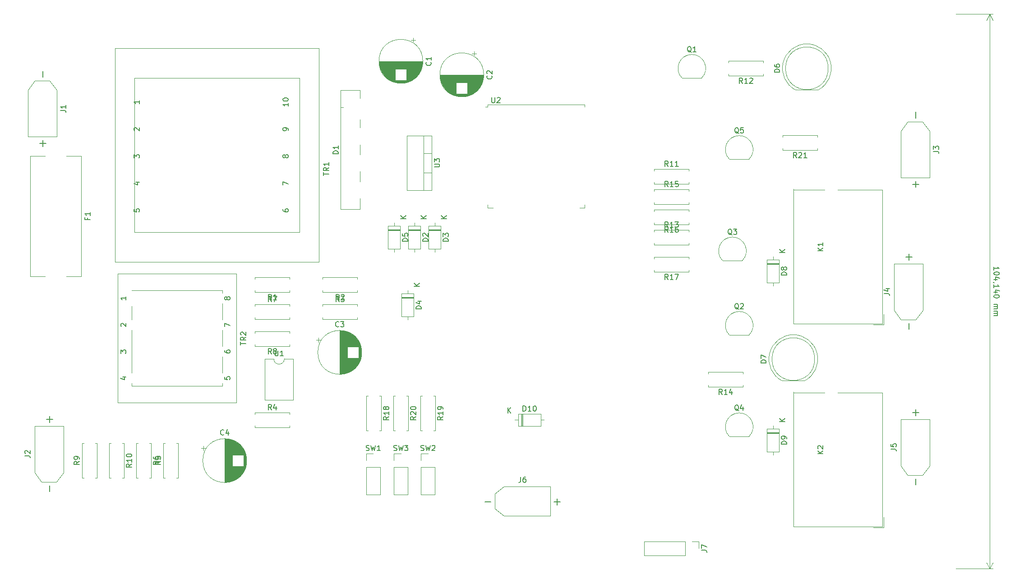
<source format=gbr>
G04 #@! TF.GenerationSoftware,KiCad,Pcbnew,(5.1.5)-3*
G04 #@! TF.CreationDate,2021-05-01T11:39:15+02:00*
G04 #@! TF.ProjectId,implantation finale,696d706c-616e-4746-9174-696f6e206669,rev?*
G04 #@! TF.SameCoordinates,PX231fb30PY3680a30*
G04 #@! TF.FileFunction,Legend,Top*
G04 #@! TF.FilePolarity,Positive*
%FSLAX46Y46*%
G04 Gerber Fmt 4.6, Leading zero omitted, Abs format (unit mm)*
G04 Created by KiCad (PCBNEW (5.1.5)-3) date 2021-05-01 11:39:15*
%MOMM*%
%LPD*%
G04 APERTURE LIST*
%ADD10C,0.150000*%
%ADD11C,0.120000*%
G04 APERTURE END LIST*
D10*
X178617619Y-41672380D02*
X178617619Y-41100952D01*
X178617619Y-41386666D02*
X179617619Y-41386666D01*
X179474761Y-41291428D01*
X179379523Y-41196190D01*
X179331904Y-41100952D01*
X179617619Y-42291428D02*
X179617619Y-42386666D01*
X179570000Y-42481904D01*
X179522380Y-42529523D01*
X179427142Y-42577142D01*
X179236666Y-42624761D01*
X178998571Y-42624761D01*
X178808095Y-42577142D01*
X178712857Y-42529523D01*
X178665238Y-42481904D01*
X178617619Y-42386666D01*
X178617619Y-42291428D01*
X178665238Y-42196190D01*
X178712857Y-42148571D01*
X178808095Y-42100952D01*
X178998571Y-42053333D01*
X179236666Y-42053333D01*
X179427142Y-42100952D01*
X179522380Y-42148571D01*
X179570000Y-42196190D01*
X179617619Y-42291428D01*
X179284285Y-43481904D02*
X178617619Y-43481904D01*
X179665238Y-43243809D02*
X178950952Y-43005714D01*
X178950952Y-43624761D01*
X178665238Y-44053333D02*
X178617619Y-44053333D01*
X178522380Y-44005714D01*
X178474761Y-43958095D01*
X178617619Y-45005714D02*
X178617619Y-44434285D01*
X178617619Y-44720000D02*
X179617619Y-44720000D01*
X179474761Y-44624761D01*
X179379523Y-44529523D01*
X179331904Y-44434285D01*
X179284285Y-45862857D02*
X178617619Y-45862857D01*
X179665238Y-45624761D02*
X178950952Y-45386666D01*
X178950952Y-46005714D01*
X179617619Y-46577142D02*
X179617619Y-46672380D01*
X179570000Y-46767619D01*
X179522380Y-46815238D01*
X179427142Y-46862857D01*
X179236666Y-46910476D01*
X178998571Y-46910476D01*
X178808095Y-46862857D01*
X178712857Y-46815238D01*
X178665238Y-46767619D01*
X178617619Y-46672380D01*
X178617619Y-46577142D01*
X178665238Y-46481904D01*
X178712857Y-46434285D01*
X178808095Y-46386666D01*
X178998571Y-46339047D01*
X179236666Y-46339047D01*
X179427142Y-46386666D01*
X179522380Y-46434285D01*
X179570000Y-46481904D01*
X179617619Y-46577142D01*
X178617619Y-48100952D02*
X179284285Y-48100952D01*
X179189047Y-48100952D02*
X179236666Y-48148571D01*
X179284285Y-48243809D01*
X179284285Y-48386666D01*
X179236666Y-48481904D01*
X179141428Y-48529523D01*
X178617619Y-48529523D01*
X179141428Y-48529523D02*
X179236666Y-48577142D01*
X179284285Y-48672380D01*
X179284285Y-48815238D01*
X179236666Y-48910476D01*
X179141428Y-48958095D01*
X178617619Y-48958095D01*
X178617619Y-49434285D02*
X179284285Y-49434285D01*
X179189047Y-49434285D02*
X179236666Y-49481904D01*
X179284285Y-49577142D01*
X179284285Y-49720000D01*
X179236666Y-49815238D01*
X179141428Y-49862857D01*
X178617619Y-49862857D01*
X179141428Y-49862857D02*
X179236666Y-49910476D01*
X179284285Y-50005714D01*
X179284285Y-50148571D01*
X179236666Y-50243809D01*
X179141428Y-50291428D01*
X178617619Y-50291428D01*
D11*
X177800000Y6350000D02*
X177800000Y-97790000D01*
X171450000Y6350000D02*
X178386421Y6350000D01*
X171450000Y-97790000D02*
X178386421Y-97790000D01*
X177800000Y-97790000D02*
X177213579Y-96663496D01*
X177800000Y-97790000D02*
X178386421Y-96663496D01*
X177800000Y6350000D02*
X177213579Y5223496D01*
X177800000Y6350000D02*
X178386421Y5223496D01*
X123250000Y-92650000D02*
X123250000Y-93980000D01*
X121920000Y-92650000D02*
X123250000Y-92650000D01*
X120650000Y-92650000D02*
X120650000Y-95310000D01*
X120650000Y-95310000D02*
X112970000Y-95310000D01*
X120650000Y-92650000D02*
X112970000Y-92650000D01*
X112970000Y-92650000D02*
X112970000Y-95310000D01*
X83590000Y-11020000D02*
X83210000Y-11020000D01*
X83590000Y-10600000D02*
X83590000Y-11020000D01*
X101830000Y-10600000D02*
X101830000Y-11020000D01*
X83590000Y-10600000D02*
X101830000Y-10600000D01*
X101830000Y-30040000D02*
X100830000Y-30040000D01*
X101830000Y-29420000D02*
X101830000Y-30040000D01*
X83590000Y-30040000D02*
X84590000Y-30040000D01*
X83590000Y-29420000D02*
X83590000Y-30040000D01*
X157710000Y-89860000D02*
X140970000Y-89860000D01*
X157710000Y-68260000D02*
X157710000Y-89860000D01*
X140970000Y-64770000D02*
X146850000Y-64770000D01*
X157710000Y-64770000D02*
X157710000Y-70520000D01*
X140970000Y-89860000D02*
X140970000Y-64530000D01*
X149310000Y-64770000D02*
X157710000Y-64770000D01*
X157910000Y-88110000D02*
X157910000Y-90060000D01*
X157910000Y-90060000D02*
X156010000Y-90060000D01*
X157710000Y-51760000D02*
X140970000Y-51760000D01*
X157710000Y-30160000D02*
X157710000Y-51760000D01*
X140970000Y-26670000D02*
X146850000Y-26670000D01*
X157710000Y-26670000D02*
X157710000Y-32420000D01*
X140970000Y-51760000D02*
X140970000Y-26430000D01*
X149310000Y-26670000D02*
X157710000Y-26670000D01*
X157910000Y-50010000D02*
X157910000Y-51960000D01*
X157910000Y-51960000D02*
X156010000Y-51960000D01*
X132648478Y-20888478D02*
G75*
G03X130810000Y-16450000I-1838478J1838478D01*
G01*
X128971522Y-20888478D02*
G75*
G02X130810000Y-16450000I1838478J1838478D01*
G01*
X129010000Y-20900000D02*
X132610000Y-20900000D01*
X132648478Y-72958478D02*
G75*
G03X130810000Y-68520000I-1838478J1838478D01*
G01*
X128971522Y-72958478D02*
G75*
G02X130810000Y-68520000I1838478J1838478D01*
G01*
X129010000Y-72970000D02*
X132610000Y-72970000D01*
X131378478Y-39938478D02*
G75*
G03X129540000Y-35500000I-1838478J1838478D01*
G01*
X127701522Y-39938478D02*
G75*
G02X129540000Y-35500000I1838478J1838478D01*
G01*
X127740000Y-39950000D02*
X131340000Y-39950000D01*
X132648478Y-53908478D02*
G75*
G03X130810000Y-49470000I-1838478J1838478D01*
G01*
X128971522Y-53908478D02*
G75*
G02X130810000Y-49470000I1838478J1838478D01*
G01*
X129010000Y-53920000D02*
X132610000Y-53920000D01*
X123758478Y-5648478D02*
G75*
G03X121920000Y-1210000I-1838478J1838478D01*
G01*
X120081522Y-5648478D02*
G75*
G02X121920000Y-1210000I1838478J1838478D01*
G01*
X120120000Y-5660000D02*
X123720000Y-5660000D01*
X84920000Y-83680000D02*
X84920000Y-86500000D01*
X84920000Y-86500000D02*
X86620000Y-87800000D01*
X84920000Y-83680000D02*
X86620000Y-82380000D01*
X86620000Y-87800000D02*
X95340000Y-87800000D01*
X95340000Y-82380000D02*
X95340000Y-87800000D01*
X86620000Y-82380000D02*
X95340000Y-82380000D01*
X13700000Y-40200000D02*
X13700000Y-40000D01*
X13700000Y-40200000D02*
X51940000Y-40200000D01*
X51940000Y-40000D02*
X13700000Y-40000D01*
X51940000Y-40000D02*
X51940000Y-40200000D01*
X17320000Y-5660000D02*
X48320000Y-5660000D01*
X17320000Y-34580000D02*
X17320000Y-5660000D01*
X48320000Y-34580000D02*
X17320000Y-34580000D01*
X48320000Y-5660000D02*
X48320000Y-34580000D01*
X89920000Y-68730000D02*
X89920000Y-70970000D01*
X90160000Y-68730000D02*
X90160000Y-70970000D01*
X90040000Y-68730000D02*
X90040000Y-70970000D01*
X94210000Y-69850000D02*
X93560000Y-69850000D01*
X88670000Y-69850000D02*
X89320000Y-69850000D01*
X93560000Y-68730000D02*
X89320000Y-68730000D01*
X93560000Y-70970000D02*
X93560000Y-68730000D01*
X89320000Y-70970000D02*
X93560000Y-70970000D01*
X89320000Y-68730000D02*
X89320000Y-70970000D01*
X138970000Y-16410000D02*
X138970000Y-16740000D01*
X145510000Y-16410000D02*
X138970000Y-16410000D01*
X145510000Y-16740000D02*
X145510000Y-16410000D01*
X138970000Y-19150000D02*
X138970000Y-18820000D01*
X145510000Y-19150000D02*
X138970000Y-19150000D01*
X145510000Y-18820000D02*
X145510000Y-19150000D01*
X65980000Y-76140000D02*
X67310000Y-76140000D01*
X65980000Y-77470000D02*
X65980000Y-76140000D01*
X65980000Y-78740000D02*
X68640000Y-78740000D01*
X68640000Y-78740000D02*
X68640000Y-83880000D01*
X65980000Y-78740000D02*
X65980000Y-83880000D01*
X65980000Y-83880000D02*
X68640000Y-83880000D01*
X71060000Y-76140000D02*
X72390000Y-76140000D01*
X71060000Y-77470000D02*
X71060000Y-76140000D01*
X71060000Y-78740000D02*
X73720000Y-78740000D01*
X73720000Y-78740000D02*
X73720000Y-83880000D01*
X71060000Y-78740000D02*
X71060000Y-83880000D01*
X71060000Y-83880000D02*
X73720000Y-83880000D01*
X60795001Y-76140000D02*
X62125001Y-76140000D01*
X60795001Y-77470000D02*
X60795001Y-76140000D01*
X60795001Y-78740000D02*
X63455001Y-78740000D01*
X63455001Y-78740000D02*
X63455001Y-83880000D01*
X60795001Y-78740000D02*
X60795001Y-83880000D01*
X60795001Y-83880000D02*
X63455001Y-83880000D01*
X65940000Y-71850000D02*
X66270000Y-71850000D01*
X65940000Y-65310000D02*
X65940000Y-71850000D01*
X66270000Y-65310000D02*
X65940000Y-65310000D01*
X68680000Y-71850000D02*
X68350000Y-71850000D01*
X68680000Y-65310000D02*
X68680000Y-71850000D01*
X68350000Y-65310000D02*
X68680000Y-65310000D01*
X71020000Y-71850000D02*
X71350000Y-71850000D01*
X71020000Y-65310000D02*
X71020000Y-71850000D01*
X71350000Y-65310000D02*
X71020000Y-65310000D01*
X73760000Y-71850000D02*
X73430000Y-71850000D01*
X73760000Y-65310000D02*
X73760000Y-71850000D01*
X73430000Y-65310000D02*
X73760000Y-65310000D01*
X60860000Y-71850000D02*
X61190000Y-71850000D01*
X60860000Y-65310000D02*
X60860000Y-71850000D01*
X61190000Y-65310000D02*
X60860000Y-65310000D01*
X63600000Y-71850000D02*
X63270000Y-71850000D01*
X63600000Y-65310000D02*
X63600000Y-71850000D01*
X63270000Y-65310000D02*
X63600000Y-65310000D01*
X138828000Y-62480000D02*
X143112000Y-62480000D01*
X144970000Y-58420000D02*
G75*
G03X144970000Y-58420000I-4000000J0D01*
G01*
X140969514Y-53830000D02*
G75*
G02X143111145Y-62480000I486J-4590000D01*
G01*
X140970486Y-53830000D02*
G75*
G03X138828855Y-62480000I-486J-4590000D01*
G01*
X141368000Y-7870000D02*
X145652000Y-7870000D01*
X147510000Y-3810000D02*
G75*
G03X147510000Y-3810000I-4000000J0D01*
G01*
X143509514Y780000D02*
G75*
G02X145651145Y-7870000I486J-4590000D01*
G01*
X143510486Y780000D02*
G75*
G03X141368855Y-7870000I-486J-4590000D01*
G01*
X114840000Y-39270000D02*
X114840000Y-39600000D01*
X121380000Y-39270000D02*
X114840000Y-39270000D01*
X121380000Y-39600000D02*
X121380000Y-39270000D01*
X114840000Y-42010000D02*
X114840000Y-41680000D01*
X121380000Y-42010000D02*
X114840000Y-42010000D01*
X121380000Y-41680000D02*
X121380000Y-42010000D01*
X162420000Y-80180000D02*
X165240000Y-80180000D01*
X165240000Y-80180000D02*
X166540000Y-78480000D01*
X162420000Y-80180000D02*
X161120000Y-78480000D01*
X166540000Y-78480000D02*
X166540000Y-69760000D01*
X161120000Y-69760000D02*
X166540000Y-69760000D01*
X161120000Y-78480000D02*
X161120000Y-69760000D01*
X138280000Y-72140000D02*
X136040000Y-72140000D01*
X138280000Y-72380000D02*
X136040000Y-72380000D01*
X138280000Y-72260000D02*
X136040000Y-72260000D01*
X137160000Y-76430000D02*
X137160000Y-75780000D01*
X137160000Y-70890000D02*
X137160000Y-71540000D01*
X138280000Y-75780000D02*
X138280000Y-71540000D01*
X136040000Y-75780000D02*
X138280000Y-75780000D01*
X136040000Y-71540000D02*
X136040000Y-75780000D01*
X138280000Y-71540000D02*
X136040000Y-71540000D01*
X114840000Y-30380000D02*
X114840000Y-30710000D01*
X121380000Y-30380000D02*
X114840000Y-30380000D01*
X121380000Y-30710000D02*
X121380000Y-30380000D01*
X114840000Y-33120000D02*
X114840000Y-32790000D01*
X121380000Y-33120000D02*
X114840000Y-33120000D01*
X121380000Y-32790000D02*
X121380000Y-33120000D01*
X121380000Y-29310000D02*
X121380000Y-28980000D01*
X114840000Y-29310000D02*
X121380000Y-29310000D01*
X114840000Y-28980000D02*
X114840000Y-29310000D01*
X121380000Y-26570000D02*
X121380000Y-26900000D01*
X114840000Y-26570000D02*
X121380000Y-26570000D01*
X114840000Y-26900000D02*
X114840000Y-26570000D01*
X125000000Y-60860000D02*
X125000000Y-61190000D01*
X131540000Y-60860000D02*
X125000000Y-60860000D01*
X131540000Y-61190000D02*
X131540000Y-60860000D01*
X125000000Y-63600000D02*
X125000000Y-63270000D01*
X131540000Y-63600000D02*
X125000000Y-63600000D01*
X131540000Y-63270000D02*
X131540000Y-63600000D01*
X121380000Y-36930000D02*
X121380000Y-36600000D01*
X114840000Y-36930000D02*
X121380000Y-36930000D01*
X114840000Y-36600000D02*
X114840000Y-36930000D01*
X121380000Y-34190000D02*
X121380000Y-34520000D01*
X114840000Y-34190000D02*
X121380000Y-34190000D01*
X114840000Y-34520000D02*
X114840000Y-34190000D01*
X128810000Y-2440000D02*
X128810000Y-2770000D01*
X135350000Y-2440000D02*
X128810000Y-2440000D01*
X135350000Y-2770000D02*
X135350000Y-2440000D01*
X128810000Y-5180000D02*
X128810000Y-4850000D01*
X135350000Y-5180000D02*
X128810000Y-5180000D01*
X135350000Y-4850000D02*
X135350000Y-5180000D01*
X121380000Y-25500000D02*
X121380000Y-25170000D01*
X114840000Y-25500000D02*
X121380000Y-25500000D01*
X114840000Y-25170000D02*
X114840000Y-25500000D01*
X121380000Y-22760000D02*
X121380000Y-23090000D01*
X114840000Y-22760000D02*
X121380000Y-22760000D01*
X114840000Y-23090000D02*
X114840000Y-22760000D01*
X161150000Y-50970000D02*
X163970000Y-50970000D01*
X163970000Y-50970000D02*
X165270000Y-49270000D01*
X161150000Y-50970000D02*
X159850000Y-49270000D01*
X165270000Y-49270000D02*
X165270000Y-40550000D01*
X159850000Y-40550000D02*
X165270000Y-40550000D01*
X159850000Y-49270000D02*
X159850000Y-40550000D01*
X165240000Y-13880000D02*
X162420000Y-13880000D01*
X162420000Y-13880000D02*
X161120000Y-15580000D01*
X165240000Y-13880000D02*
X166540000Y-15580000D01*
X161120000Y-15580000D02*
X161120000Y-24300000D01*
X166540000Y-24300000D02*
X161120000Y-24300000D01*
X166540000Y-15580000D02*
X166540000Y-24300000D01*
X138280000Y-40390000D02*
X136040000Y-40390000D01*
X138280000Y-40630000D02*
X136040000Y-40630000D01*
X138280000Y-40510000D02*
X136040000Y-40510000D01*
X137160000Y-44680000D02*
X137160000Y-44030000D01*
X137160000Y-39140000D02*
X137160000Y-39790000D01*
X138280000Y-44030000D02*
X138280000Y-39790000D01*
X136040000Y-44030000D02*
X138280000Y-44030000D01*
X136040000Y-39790000D02*
X136040000Y-44030000D01*
X138280000Y-39790000D02*
X136040000Y-39790000D01*
X70025000Y1509698D02*
X69225000Y1509698D01*
X69625000Y1909698D02*
X69625000Y1109698D01*
X67843000Y-6581000D02*
X66777000Y-6581000D01*
X68078000Y-6541000D02*
X66542000Y-6541000D01*
X68258000Y-6501000D02*
X66362000Y-6501000D01*
X68408000Y-6461000D02*
X66212000Y-6461000D01*
X68539000Y-6421000D02*
X66081000Y-6421000D01*
X68656000Y-6381000D02*
X65964000Y-6381000D01*
X68763000Y-6341000D02*
X65857000Y-6341000D01*
X68862000Y-6301000D02*
X65758000Y-6301000D01*
X68955000Y-6261000D02*
X65665000Y-6261000D01*
X69041000Y-6221000D02*
X65579000Y-6221000D01*
X69123000Y-6181000D02*
X65497000Y-6181000D01*
X69200000Y-6141000D02*
X65420000Y-6141000D01*
X69274000Y-6101000D02*
X65346000Y-6101000D01*
X69344000Y-6061000D02*
X65276000Y-6061000D01*
X66270000Y-6021000D02*
X65208000Y-6021000D01*
X69412000Y-6021000D02*
X68350000Y-6021000D01*
X66270000Y-5981000D02*
X65144000Y-5981000D01*
X69476000Y-5981000D02*
X68350000Y-5981000D01*
X66270000Y-5941000D02*
X65082000Y-5941000D01*
X69538000Y-5941000D02*
X68350000Y-5941000D01*
X66270000Y-5901000D02*
X65023000Y-5901000D01*
X69597000Y-5901000D02*
X68350000Y-5901000D01*
X66270000Y-5861000D02*
X64965000Y-5861000D01*
X69655000Y-5861000D02*
X68350000Y-5861000D01*
X66270000Y-5821000D02*
X64910000Y-5821000D01*
X69710000Y-5821000D02*
X68350000Y-5821000D01*
X66270000Y-5781000D02*
X64856000Y-5781000D01*
X69764000Y-5781000D02*
X68350000Y-5781000D01*
X66270000Y-5741000D02*
X64805000Y-5741000D01*
X69815000Y-5741000D02*
X68350000Y-5741000D01*
X66270000Y-5701000D02*
X64754000Y-5701000D01*
X69866000Y-5701000D02*
X68350000Y-5701000D01*
X66270000Y-5661000D02*
X64706000Y-5661000D01*
X69914000Y-5661000D02*
X68350000Y-5661000D01*
X66270000Y-5621000D02*
X64659000Y-5621000D01*
X69961000Y-5621000D02*
X68350000Y-5621000D01*
X66270000Y-5581000D02*
X64613000Y-5581000D01*
X70007000Y-5581000D02*
X68350000Y-5581000D01*
X66270000Y-5541000D02*
X64569000Y-5541000D01*
X70051000Y-5541000D02*
X68350000Y-5541000D01*
X66270000Y-5501000D02*
X64526000Y-5501000D01*
X70094000Y-5501000D02*
X68350000Y-5501000D01*
X66270000Y-5461000D02*
X64484000Y-5461000D01*
X70136000Y-5461000D02*
X68350000Y-5461000D01*
X66270000Y-5421000D02*
X64443000Y-5421000D01*
X70177000Y-5421000D02*
X68350000Y-5421000D01*
X66270000Y-5381000D02*
X64403000Y-5381000D01*
X70217000Y-5381000D02*
X68350000Y-5381000D01*
X66270000Y-5341000D02*
X64365000Y-5341000D01*
X70255000Y-5341000D02*
X68350000Y-5341000D01*
X66270000Y-5301000D02*
X64327000Y-5301000D01*
X70293000Y-5301000D02*
X68350000Y-5301000D01*
X66270000Y-5261000D02*
X64291000Y-5261000D01*
X70329000Y-5261000D02*
X68350000Y-5261000D01*
X66270000Y-5221000D02*
X64255000Y-5221000D01*
X70365000Y-5221000D02*
X68350000Y-5221000D01*
X66270000Y-5181000D02*
X64220000Y-5181000D01*
X70400000Y-5181000D02*
X68350000Y-5181000D01*
X66270000Y-5141000D02*
X64186000Y-5141000D01*
X70434000Y-5141000D02*
X68350000Y-5141000D01*
X66270000Y-5101000D02*
X64154000Y-5101000D01*
X70466000Y-5101000D02*
X68350000Y-5101000D01*
X66270000Y-5061000D02*
X64121000Y-5061000D01*
X70499000Y-5061000D02*
X68350000Y-5061000D01*
X66270000Y-5021000D02*
X64090000Y-5021000D01*
X70530000Y-5021000D02*
X68350000Y-5021000D01*
X66270000Y-4981000D02*
X64060000Y-4981000D01*
X70560000Y-4981000D02*
X68350000Y-4981000D01*
X66270000Y-4941000D02*
X64030000Y-4941000D01*
X70590000Y-4941000D02*
X68350000Y-4941000D01*
X66270000Y-4901000D02*
X64001000Y-4901000D01*
X70619000Y-4901000D02*
X68350000Y-4901000D01*
X66270000Y-4861000D02*
X63972000Y-4861000D01*
X70648000Y-4861000D02*
X68350000Y-4861000D01*
X66270000Y-4821000D02*
X63945000Y-4821000D01*
X70675000Y-4821000D02*
X68350000Y-4821000D01*
X66270000Y-4781000D02*
X63918000Y-4781000D01*
X70702000Y-4781000D02*
X68350000Y-4781000D01*
X66270000Y-4741000D02*
X63892000Y-4741000D01*
X70728000Y-4741000D02*
X68350000Y-4741000D01*
X66270000Y-4701000D02*
X63866000Y-4701000D01*
X70754000Y-4701000D02*
X68350000Y-4701000D01*
X66270000Y-4661000D02*
X63841000Y-4661000D01*
X70779000Y-4661000D02*
X68350000Y-4661000D01*
X66270000Y-4621000D02*
X63817000Y-4621000D01*
X70803000Y-4621000D02*
X68350000Y-4621000D01*
X66270000Y-4581000D02*
X63793000Y-4581000D01*
X70827000Y-4581000D02*
X68350000Y-4581000D01*
X66270000Y-4541000D02*
X63770000Y-4541000D01*
X70850000Y-4541000D02*
X68350000Y-4541000D01*
X66270000Y-4501000D02*
X63748000Y-4501000D01*
X70872000Y-4501000D02*
X68350000Y-4501000D01*
X66270000Y-4461000D02*
X63726000Y-4461000D01*
X70894000Y-4461000D02*
X68350000Y-4461000D01*
X66270000Y-4421000D02*
X63704000Y-4421000D01*
X70916000Y-4421000D02*
X68350000Y-4421000D01*
X66270000Y-4381000D02*
X63683000Y-4381000D01*
X70937000Y-4381000D02*
X68350000Y-4381000D01*
X66270000Y-4341000D02*
X63663000Y-4341000D01*
X70957000Y-4341000D02*
X68350000Y-4341000D01*
X66270000Y-4301000D02*
X63644000Y-4301000D01*
X70976000Y-4301000D02*
X68350000Y-4301000D01*
X66270000Y-4261000D02*
X63624000Y-4261000D01*
X70996000Y-4261000D02*
X68350000Y-4261000D01*
X66270000Y-4221000D02*
X63606000Y-4221000D01*
X71014000Y-4221000D02*
X68350000Y-4221000D01*
X66270000Y-4181000D02*
X63588000Y-4181000D01*
X71032000Y-4181000D02*
X68350000Y-4181000D01*
X66270000Y-4141000D02*
X63570000Y-4141000D01*
X71050000Y-4141000D02*
X68350000Y-4141000D01*
X66270000Y-4101000D02*
X63553000Y-4101000D01*
X71067000Y-4101000D02*
X68350000Y-4101000D01*
X66270000Y-4061000D02*
X63536000Y-4061000D01*
X71084000Y-4061000D02*
X68350000Y-4061000D01*
X66270000Y-4021000D02*
X63520000Y-4021000D01*
X71100000Y-4021000D02*
X68350000Y-4021000D01*
X66270000Y-3981000D02*
X63505000Y-3981000D01*
X71115000Y-3981000D02*
X68350000Y-3981000D01*
X71131000Y-3941000D02*
X63489000Y-3941000D01*
X71145000Y-3901000D02*
X63475000Y-3901000D01*
X71160000Y-3861000D02*
X63460000Y-3861000D01*
X71173000Y-3821000D02*
X63447000Y-3821000D01*
X71187000Y-3781000D02*
X63433000Y-3781000D01*
X71199000Y-3741000D02*
X63421000Y-3741000D01*
X71212000Y-3701000D02*
X63408000Y-3701000D01*
X71224000Y-3661000D02*
X63396000Y-3661000D01*
X71235000Y-3621000D02*
X63385000Y-3621000D01*
X71246000Y-3581000D02*
X63374000Y-3581000D01*
X71257000Y-3541000D02*
X63363000Y-3541000D01*
X71267000Y-3501000D02*
X63353000Y-3501000D01*
X71277000Y-3461000D02*
X63343000Y-3461000D01*
X71286000Y-3421000D02*
X63334000Y-3421000D01*
X71295000Y-3381000D02*
X63325000Y-3381000D01*
X71304000Y-3341000D02*
X63316000Y-3341000D01*
X71312000Y-3301000D02*
X63308000Y-3301000D01*
X71320000Y-3261000D02*
X63300000Y-3261000D01*
X71327000Y-3221000D02*
X63293000Y-3221000D01*
X71334000Y-3180000D02*
X63286000Y-3180000D01*
X71340000Y-3140000D02*
X63280000Y-3140000D01*
X71347000Y-3100000D02*
X63273000Y-3100000D01*
X71352000Y-3060000D02*
X63268000Y-3060000D01*
X71358000Y-3020000D02*
X63262000Y-3020000D01*
X71362000Y-2980000D02*
X63258000Y-2980000D01*
X71367000Y-2940000D02*
X63253000Y-2940000D01*
X71371000Y-2900000D02*
X63249000Y-2900000D01*
X71375000Y-2860000D02*
X63245000Y-2860000D01*
X71378000Y-2820000D02*
X63242000Y-2820000D01*
X71381000Y-2780000D02*
X63239000Y-2780000D01*
X71384000Y-2740000D02*
X63236000Y-2740000D01*
X71386000Y-2700000D02*
X63234000Y-2700000D01*
X71387000Y-2660000D02*
X63233000Y-2660000D01*
X71389000Y-2620000D02*
X63231000Y-2620000D01*
X71390000Y-2580000D02*
X63230000Y-2580000D01*
X71390000Y-2540000D02*
X63230000Y-2540000D01*
X71390000Y-2500000D02*
X63230000Y-2500000D01*
X71430000Y-2500000D02*
G75*
G03X71430000Y-2500000I-4120000J0D01*
G01*
X30240302Y-74755000D02*
X30240302Y-75555000D01*
X29840302Y-75155000D02*
X30640302Y-75155000D01*
X38331000Y-76937000D02*
X38331000Y-78003000D01*
X38291000Y-76702000D02*
X38291000Y-78238000D01*
X38251000Y-76522000D02*
X38251000Y-78418000D01*
X38211000Y-76372000D02*
X38211000Y-78568000D01*
X38171000Y-76241000D02*
X38171000Y-78699000D01*
X38131000Y-76124000D02*
X38131000Y-78816000D01*
X38091000Y-76017000D02*
X38091000Y-78923000D01*
X38051000Y-75918000D02*
X38051000Y-79022000D01*
X38011000Y-75825000D02*
X38011000Y-79115000D01*
X37971000Y-75739000D02*
X37971000Y-79201000D01*
X37931000Y-75657000D02*
X37931000Y-79283000D01*
X37891000Y-75580000D02*
X37891000Y-79360000D01*
X37851000Y-75506000D02*
X37851000Y-79434000D01*
X37811000Y-75436000D02*
X37811000Y-79504000D01*
X37771000Y-78510000D02*
X37771000Y-79572000D01*
X37771000Y-75368000D02*
X37771000Y-76430000D01*
X37731000Y-78510000D02*
X37731000Y-79636000D01*
X37731000Y-75304000D02*
X37731000Y-76430000D01*
X37691000Y-78510000D02*
X37691000Y-79698000D01*
X37691000Y-75242000D02*
X37691000Y-76430000D01*
X37651000Y-78510000D02*
X37651000Y-79757000D01*
X37651000Y-75183000D02*
X37651000Y-76430000D01*
X37611000Y-78510000D02*
X37611000Y-79815000D01*
X37611000Y-75125000D02*
X37611000Y-76430000D01*
X37571000Y-78510000D02*
X37571000Y-79870000D01*
X37571000Y-75070000D02*
X37571000Y-76430000D01*
X37531000Y-78510000D02*
X37531000Y-79924000D01*
X37531000Y-75016000D02*
X37531000Y-76430000D01*
X37491000Y-78510000D02*
X37491000Y-79975000D01*
X37491000Y-74965000D02*
X37491000Y-76430000D01*
X37451000Y-78510000D02*
X37451000Y-80026000D01*
X37451000Y-74914000D02*
X37451000Y-76430000D01*
X37411000Y-78510000D02*
X37411000Y-80074000D01*
X37411000Y-74866000D02*
X37411000Y-76430000D01*
X37371000Y-78510000D02*
X37371000Y-80121000D01*
X37371000Y-74819000D02*
X37371000Y-76430000D01*
X37331000Y-78510000D02*
X37331000Y-80167000D01*
X37331000Y-74773000D02*
X37331000Y-76430000D01*
X37291000Y-78510000D02*
X37291000Y-80211000D01*
X37291000Y-74729000D02*
X37291000Y-76430000D01*
X37251000Y-78510000D02*
X37251000Y-80254000D01*
X37251000Y-74686000D02*
X37251000Y-76430000D01*
X37211000Y-78510000D02*
X37211000Y-80296000D01*
X37211000Y-74644000D02*
X37211000Y-76430000D01*
X37171000Y-78510000D02*
X37171000Y-80337000D01*
X37171000Y-74603000D02*
X37171000Y-76430000D01*
X37131000Y-78510000D02*
X37131000Y-80377000D01*
X37131000Y-74563000D02*
X37131000Y-76430000D01*
X37091000Y-78510000D02*
X37091000Y-80415000D01*
X37091000Y-74525000D02*
X37091000Y-76430000D01*
X37051000Y-78510000D02*
X37051000Y-80453000D01*
X37051000Y-74487000D02*
X37051000Y-76430000D01*
X37011000Y-78510000D02*
X37011000Y-80489000D01*
X37011000Y-74451000D02*
X37011000Y-76430000D01*
X36971000Y-78510000D02*
X36971000Y-80525000D01*
X36971000Y-74415000D02*
X36971000Y-76430000D01*
X36931000Y-78510000D02*
X36931000Y-80560000D01*
X36931000Y-74380000D02*
X36931000Y-76430000D01*
X36891000Y-78510000D02*
X36891000Y-80594000D01*
X36891000Y-74346000D02*
X36891000Y-76430000D01*
X36851000Y-78510000D02*
X36851000Y-80626000D01*
X36851000Y-74314000D02*
X36851000Y-76430000D01*
X36811000Y-78510000D02*
X36811000Y-80659000D01*
X36811000Y-74281000D02*
X36811000Y-76430000D01*
X36771000Y-78510000D02*
X36771000Y-80690000D01*
X36771000Y-74250000D02*
X36771000Y-76430000D01*
X36731000Y-78510000D02*
X36731000Y-80720000D01*
X36731000Y-74220000D02*
X36731000Y-76430000D01*
X36691000Y-78510000D02*
X36691000Y-80750000D01*
X36691000Y-74190000D02*
X36691000Y-76430000D01*
X36651000Y-78510000D02*
X36651000Y-80779000D01*
X36651000Y-74161000D02*
X36651000Y-76430000D01*
X36611000Y-78510000D02*
X36611000Y-80808000D01*
X36611000Y-74132000D02*
X36611000Y-76430000D01*
X36571000Y-78510000D02*
X36571000Y-80835000D01*
X36571000Y-74105000D02*
X36571000Y-76430000D01*
X36531000Y-78510000D02*
X36531000Y-80862000D01*
X36531000Y-74078000D02*
X36531000Y-76430000D01*
X36491000Y-78510000D02*
X36491000Y-80888000D01*
X36491000Y-74052000D02*
X36491000Y-76430000D01*
X36451000Y-78510000D02*
X36451000Y-80914000D01*
X36451000Y-74026000D02*
X36451000Y-76430000D01*
X36411000Y-78510000D02*
X36411000Y-80939000D01*
X36411000Y-74001000D02*
X36411000Y-76430000D01*
X36371000Y-78510000D02*
X36371000Y-80963000D01*
X36371000Y-73977000D02*
X36371000Y-76430000D01*
X36331000Y-78510000D02*
X36331000Y-80987000D01*
X36331000Y-73953000D02*
X36331000Y-76430000D01*
X36291000Y-78510000D02*
X36291000Y-81010000D01*
X36291000Y-73930000D02*
X36291000Y-76430000D01*
X36251000Y-78510000D02*
X36251000Y-81032000D01*
X36251000Y-73908000D02*
X36251000Y-76430000D01*
X36211000Y-78510000D02*
X36211000Y-81054000D01*
X36211000Y-73886000D02*
X36211000Y-76430000D01*
X36171000Y-78510000D02*
X36171000Y-81076000D01*
X36171000Y-73864000D02*
X36171000Y-76430000D01*
X36131000Y-78510000D02*
X36131000Y-81097000D01*
X36131000Y-73843000D02*
X36131000Y-76430000D01*
X36091000Y-78510000D02*
X36091000Y-81117000D01*
X36091000Y-73823000D02*
X36091000Y-76430000D01*
X36051000Y-78510000D02*
X36051000Y-81136000D01*
X36051000Y-73804000D02*
X36051000Y-76430000D01*
X36011000Y-78510000D02*
X36011000Y-81156000D01*
X36011000Y-73784000D02*
X36011000Y-76430000D01*
X35971000Y-78510000D02*
X35971000Y-81174000D01*
X35971000Y-73766000D02*
X35971000Y-76430000D01*
X35931000Y-78510000D02*
X35931000Y-81192000D01*
X35931000Y-73748000D02*
X35931000Y-76430000D01*
X35891000Y-78510000D02*
X35891000Y-81210000D01*
X35891000Y-73730000D02*
X35891000Y-76430000D01*
X35851000Y-78510000D02*
X35851000Y-81227000D01*
X35851000Y-73713000D02*
X35851000Y-76430000D01*
X35811000Y-78510000D02*
X35811000Y-81244000D01*
X35811000Y-73696000D02*
X35811000Y-76430000D01*
X35771000Y-78510000D02*
X35771000Y-81260000D01*
X35771000Y-73680000D02*
X35771000Y-76430000D01*
X35731000Y-78510000D02*
X35731000Y-81275000D01*
X35731000Y-73665000D02*
X35731000Y-76430000D01*
X35691000Y-73649000D02*
X35691000Y-81291000D01*
X35651000Y-73635000D02*
X35651000Y-81305000D01*
X35611000Y-73620000D02*
X35611000Y-81320000D01*
X35571000Y-73607000D02*
X35571000Y-81333000D01*
X35531000Y-73593000D02*
X35531000Y-81347000D01*
X35491000Y-73581000D02*
X35491000Y-81359000D01*
X35451000Y-73568000D02*
X35451000Y-81372000D01*
X35411000Y-73556000D02*
X35411000Y-81384000D01*
X35371000Y-73545000D02*
X35371000Y-81395000D01*
X35331000Y-73534000D02*
X35331000Y-81406000D01*
X35291000Y-73523000D02*
X35291000Y-81417000D01*
X35251000Y-73513000D02*
X35251000Y-81427000D01*
X35211000Y-73503000D02*
X35211000Y-81437000D01*
X35171000Y-73494000D02*
X35171000Y-81446000D01*
X35131000Y-73485000D02*
X35131000Y-81455000D01*
X35091000Y-73476000D02*
X35091000Y-81464000D01*
X35051000Y-73468000D02*
X35051000Y-81472000D01*
X35011000Y-73460000D02*
X35011000Y-81480000D01*
X34971000Y-73453000D02*
X34971000Y-81487000D01*
X34930000Y-73446000D02*
X34930000Y-81494000D01*
X34890000Y-73440000D02*
X34890000Y-81500000D01*
X34850000Y-73433000D02*
X34850000Y-81507000D01*
X34810000Y-73428000D02*
X34810000Y-81512000D01*
X34770000Y-73422000D02*
X34770000Y-81518000D01*
X34730000Y-73418000D02*
X34730000Y-81522000D01*
X34690000Y-73413000D02*
X34690000Y-81527000D01*
X34650000Y-73409000D02*
X34650000Y-81531000D01*
X34610000Y-73405000D02*
X34610000Y-81535000D01*
X34570000Y-73402000D02*
X34570000Y-81538000D01*
X34530000Y-73399000D02*
X34530000Y-81541000D01*
X34490000Y-73396000D02*
X34490000Y-81544000D01*
X34450000Y-73394000D02*
X34450000Y-81546000D01*
X34410000Y-73393000D02*
X34410000Y-81547000D01*
X34370000Y-73391000D02*
X34370000Y-81549000D01*
X34330000Y-73390000D02*
X34330000Y-81550000D01*
X34290000Y-73390000D02*
X34290000Y-81550000D01*
X34250000Y-73390000D02*
X34250000Y-81550000D01*
X38370000Y-77470000D02*
G75*
G03X38370000Y-77470000I-4120000J0D01*
G01*
X51830302Y-54435000D02*
X51830302Y-55235000D01*
X51430302Y-54835000D02*
X52230302Y-54835000D01*
X59921000Y-56617000D02*
X59921000Y-57683000D01*
X59881000Y-56382000D02*
X59881000Y-57918000D01*
X59841000Y-56202000D02*
X59841000Y-58098000D01*
X59801000Y-56052000D02*
X59801000Y-58248000D01*
X59761000Y-55921000D02*
X59761000Y-58379000D01*
X59721000Y-55804000D02*
X59721000Y-58496000D01*
X59681000Y-55697000D02*
X59681000Y-58603000D01*
X59641000Y-55598000D02*
X59641000Y-58702000D01*
X59601000Y-55505000D02*
X59601000Y-58795000D01*
X59561000Y-55419000D02*
X59561000Y-58881000D01*
X59521000Y-55337000D02*
X59521000Y-58963000D01*
X59481000Y-55260000D02*
X59481000Y-59040000D01*
X59441000Y-55186000D02*
X59441000Y-59114000D01*
X59401000Y-55116000D02*
X59401000Y-59184000D01*
X59361000Y-58190000D02*
X59361000Y-59252000D01*
X59361000Y-55048000D02*
X59361000Y-56110000D01*
X59321000Y-58190000D02*
X59321000Y-59316000D01*
X59321000Y-54984000D02*
X59321000Y-56110000D01*
X59281000Y-58190000D02*
X59281000Y-59378000D01*
X59281000Y-54922000D02*
X59281000Y-56110000D01*
X59241000Y-58190000D02*
X59241000Y-59437000D01*
X59241000Y-54863000D02*
X59241000Y-56110000D01*
X59201000Y-58190000D02*
X59201000Y-59495000D01*
X59201000Y-54805000D02*
X59201000Y-56110000D01*
X59161000Y-58190000D02*
X59161000Y-59550000D01*
X59161000Y-54750000D02*
X59161000Y-56110000D01*
X59121000Y-58190000D02*
X59121000Y-59604000D01*
X59121000Y-54696000D02*
X59121000Y-56110000D01*
X59081000Y-58190000D02*
X59081000Y-59655000D01*
X59081000Y-54645000D02*
X59081000Y-56110000D01*
X59041000Y-58190000D02*
X59041000Y-59706000D01*
X59041000Y-54594000D02*
X59041000Y-56110000D01*
X59001000Y-58190000D02*
X59001000Y-59754000D01*
X59001000Y-54546000D02*
X59001000Y-56110000D01*
X58961000Y-58190000D02*
X58961000Y-59801000D01*
X58961000Y-54499000D02*
X58961000Y-56110000D01*
X58921000Y-58190000D02*
X58921000Y-59847000D01*
X58921000Y-54453000D02*
X58921000Y-56110000D01*
X58881000Y-58190000D02*
X58881000Y-59891000D01*
X58881000Y-54409000D02*
X58881000Y-56110000D01*
X58841000Y-58190000D02*
X58841000Y-59934000D01*
X58841000Y-54366000D02*
X58841000Y-56110000D01*
X58801000Y-58190000D02*
X58801000Y-59976000D01*
X58801000Y-54324000D02*
X58801000Y-56110000D01*
X58761000Y-58190000D02*
X58761000Y-60017000D01*
X58761000Y-54283000D02*
X58761000Y-56110000D01*
X58721000Y-58190000D02*
X58721000Y-60057000D01*
X58721000Y-54243000D02*
X58721000Y-56110000D01*
X58681000Y-58190000D02*
X58681000Y-60095000D01*
X58681000Y-54205000D02*
X58681000Y-56110000D01*
X58641000Y-58190000D02*
X58641000Y-60133000D01*
X58641000Y-54167000D02*
X58641000Y-56110000D01*
X58601000Y-58190000D02*
X58601000Y-60169000D01*
X58601000Y-54131000D02*
X58601000Y-56110000D01*
X58561000Y-58190000D02*
X58561000Y-60205000D01*
X58561000Y-54095000D02*
X58561000Y-56110000D01*
X58521000Y-58190000D02*
X58521000Y-60240000D01*
X58521000Y-54060000D02*
X58521000Y-56110000D01*
X58481000Y-58190000D02*
X58481000Y-60274000D01*
X58481000Y-54026000D02*
X58481000Y-56110000D01*
X58441000Y-58190000D02*
X58441000Y-60306000D01*
X58441000Y-53994000D02*
X58441000Y-56110000D01*
X58401000Y-58190000D02*
X58401000Y-60339000D01*
X58401000Y-53961000D02*
X58401000Y-56110000D01*
X58361000Y-58190000D02*
X58361000Y-60370000D01*
X58361000Y-53930000D02*
X58361000Y-56110000D01*
X58321000Y-58190000D02*
X58321000Y-60400000D01*
X58321000Y-53900000D02*
X58321000Y-56110000D01*
X58281000Y-58190000D02*
X58281000Y-60430000D01*
X58281000Y-53870000D02*
X58281000Y-56110000D01*
X58241000Y-58190000D02*
X58241000Y-60459000D01*
X58241000Y-53841000D02*
X58241000Y-56110000D01*
X58201000Y-58190000D02*
X58201000Y-60488000D01*
X58201000Y-53812000D02*
X58201000Y-56110000D01*
X58161000Y-58190000D02*
X58161000Y-60515000D01*
X58161000Y-53785000D02*
X58161000Y-56110000D01*
X58121000Y-58190000D02*
X58121000Y-60542000D01*
X58121000Y-53758000D02*
X58121000Y-56110000D01*
X58081000Y-58190000D02*
X58081000Y-60568000D01*
X58081000Y-53732000D02*
X58081000Y-56110000D01*
X58041000Y-58190000D02*
X58041000Y-60594000D01*
X58041000Y-53706000D02*
X58041000Y-56110000D01*
X58001000Y-58190000D02*
X58001000Y-60619000D01*
X58001000Y-53681000D02*
X58001000Y-56110000D01*
X57961000Y-58190000D02*
X57961000Y-60643000D01*
X57961000Y-53657000D02*
X57961000Y-56110000D01*
X57921000Y-58190000D02*
X57921000Y-60667000D01*
X57921000Y-53633000D02*
X57921000Y-56110000D01*
X57881000Y-58190000D02*
X57881000Y-60690000D01*
X57881000Y-53610000D02*
X57881000Y-56110000D01*
X57841000Y-58190000D02*
X57841000Y-60712000D01*
X57841000Y-53588000D02*
X57841000Y-56110000D01*
X57801000Y-58190000D02*
X57801000Y-60734000D01*
X57801000Y-53566000D02*
X57801000Y-56110000D01*
X57761000Y-58190000D02*
X57761000Y-60756000D01*
X57761000Y-53544000D02*
X57761000Y-56110000D01*
X57721000Y-58190000D02*
X57721000Y-60777000D01*
X57721000Y-53523000D02*
X57721000Y-56110000D01*
X57681000Y-58190000D02*
X57681000Y-60797000D01*
X57681000Y-53503000D02*
X57681000Y-56110000D01*
X57641000Y-58190000D02*
X57641000Y-60816000D01*
X57641000Y-53484000D02*
X57641000Y-56110000D01*
X57601000Y-58190000D02*
X57601000Y-60836000D01*
X57601000Y-53464000D02*
X57601000Y-56110000D01*
X57561000Y-58190000D02*
X57561000Y-60854000D01*
X57561000Y-53446000D02*
X57561000Y-56110000D01*
X57521000Y-58190000D02*
X57521000Y-60872000D01*
X57521000Y-53428000D02*
X57521000Y-56110000D01*
X57481000Y-58190000D02*
X57481000Y-60890000D01*
X57481000Y-53410000D02*
X57481000Y-56110000D01*
X57441000Y-58190000D02*
X57441000Y-60907000D01*
X57441000Y-53393000D02*
X57441000Y-56110000D01*
X57401000Y-58190000D02*
X57401000Y-60924000D01*
X57401000Y-53376000D02*
X57401000Y-56110000D01*
X57361000Y-58190000D02*
X57361000Y-60940000D01*
X57361000Y-53360000D02*
X57361000Y-56110000D01*
X57321000Y-58190000D02*
X57321000Y-60955000D01*
X57321000Y-53345000D02*
X57321000Y-56110000D01*
X57281000Y-53329000D02*
X57281000Y-60971000D01*
X57241000Y-53315000D02*
X57241000Y-60985000D01*
X57201000Y-53300000D02*
X57201000Y-61000000D01*
X57161000Y-53287000D02*
X57161000Y-61013000D01*
X57121000Y-53273000D02*
X57121000Y-61027000D01*
X57081000Y-53261000D02*
X57081000Y-61039000D01*
X57041000Y-53248000D02*
X57041000Y-61052000D01*
X57001000Y-53236000D02*
X57001000Y-61064000D01*
X56961000Y-53225000D02*
X56961000Y-61075000D01*
X56921000Y-53214000D02*
X56921000Y-61086000D01*
X56881000Y-53203000D02*
X56881000Y-61097000D01*
X56841000Y-53193000D02*
X56841000Y-61107000D01*
X56801000Y-53183000D02*
X56801000Y-61117000D01*
X56761000Y-53174000D02*
X56761000Y-61126000D01*
X56721000Y-53165000D02*
X56721000Y-61135000D01*
X56681000Y-53156000D02*
X56681000Y-61144000D01*
X56641000Y-53148000D02*
X56641000Y-61152000D01*
X56601000Y-53140000D02*
X56601000Y-61160000D01*
X56561000Y-53133000D02*
X56561000Y-61167000D01*
X56520000Y-53126000D02*
X56520000Y-61174000D01*
X56480000Y-53120000D02*
X56480000Y-61180000D01*
X56440000Y-53113000D02*
X56440000Y-61187000D01*
X56400000Y-53108000D02*
X56400000Y-61192000D01*
X56360000Y-53102000D02*
X56360000Y-61198000D01*
X56320000Y-53098000D02*
X56320000Y-61202000D01*
X56280000Y-53093000D02*
X56280000Y-61207000D01*
X56240000Y-53089000D02*
X56240000Y-61211000D01*
X56200000Y-53085000D02*
X56200000Y-61215000D01*
X56160000Y-53082000D02*
X56160000Y-61218000D01*
X56120000Y-53079000D02*
X56120000Y-61221000D01*
X56080000Y-53076000D02*
X56080000Y-61224000D01*
X56040000Y-53074000D02*
X56040000Y-61226000D01*
X56000000Y-53073000D02*
X56000000Y-61227000D01*
X55960000Y-53071000D02*
X55960000Y-61229000D01*
X55920000Y-53070000D02*
X55920000Y-61230000D01*
X55880000Y-53070000D02*
X55880000Y-61230000D01*
X55840000Y-53070000D02*
X55840000Y-61230000D01*
X59960000Y-57150000D02*
G75*
G03X59960000Y-57150000I-4120000J0D01*
G01*
X81455000Y-1030302D02*
X80655000Y-1030302D01*
X81055000Y-630302D02*
X81055000Y-1430302D01*
X79273000Y-9121000D02*
X78207000Y-9121000D01*
X79508000Y-9081000D02*
X77972000Y-9081000D01*
X79688000Y-9041000D02*
X77792000Y-9041000D01*
X79838000Y-9001000D02*
X77642000Y-9001000D01*
X79969000Y-8961000D02*
X77511000Y-8961000D01*
X80086000Y-8921000D02*
X77394000Y-8921000D01*
X80193000Y-8881000D02*
X77287000Y-8881000D01*
X80292000Y-8841000D02*
X77188000Y-8841000D01*
X80385000Y-8801000D02*
X77095000Y-8801000D01*
X80471000Y-8761000D02*
X77009000Y-8761000D01*
X80553000Y-8721000D02*
X76927000Y-8721000D01*
X80630000Y-8681000D02*
X76850000Y-8681000D01*
X80704000Y-8641000D02*
X76776000Y-8641000D01*
X80774000Y-8601000D02*
X76706000Y-8601000D01*
X77700000Y-8561000D02*
X76638000Y-8561000D01*
X80842000Y-8561000D02*
X79780000Y-8561000D01*
X77700000Y-8521000D02*
X76574000Y-8521000D01*
X80906000Y-8521000D02*
X79780000Y-8521000D01*
X77700000Y-8481000D02*
X76512000Y-8481000D01*
X80968000Y-8481000D02*
X79780000Y-8481000D01*
X77700000Y-8441000D02*
X76453000Y-8441000D01*
X81027000Y-8441000D02*
X79780000Y-8441000D01*
X77700000Y-8401000D02*
X76395000Y-8401000D01*
X81085000Y-8401000D02*
X79780000Y-8401000D01*
X77700000Y-8361000D02*
X76340000Y-8361000D01*
X81140000Y-8361000D02*
X79780000Y-8361000D01*
X77700000Y-8321000D02*
X76286000Y-8321000D01*
X81194000Y-8321000D02*
X79780000Y-8321000D01*
X77700000Y-8281000D02*
X76235000Y-8281000D01*
X81245000Y-8281000D02*
X79780000Y-8281000D01*
X77700000Y-8241000D02*
X76184000Y-8241000D01*
X81296000Y-8241000D02*
X79780000Y-8241000D01*
X77700000Y-8201000D02*
X76136000Y-8201000D01*
X81344000Y-8201000D02*
X79780000Y-8201000D01*
X77700000Y-8161000D02*
X76089000Y-8161000D01*
X81391000Y-8161000D02*
X79780000Y-8161000D01*
X77700000Y-8121000D02*
X76043000Y-8121000D01*
X81437000Y-8121000D02*
X79780000Y-8121000D01*
X77700000Y-8081000D02*
X75999000Y-8081000D01*
X81481000Y-8081000D02*
X79780000Y-8081000D01*
X77700000Y-8041000D02*
X75956000Y-8041000D01*
X81524000Y-8041000D02*
X79780000Y-8041000D01*
X77700000Y-8001000D02*
X75914000Y-8001000D01*
X81566000Y-8001000D02*
X79780000Y-8001000D01*
X77700000Y-7961000D02*
X75873000Y-7961000D01*
X81607000Y-7961000D02*
X79780000Y-7961000D01*
X77700000Y-7921000D02*
X75833000Y-7921000D01*
X81647000Y-7921000D02*
X79780000Y-7921000D01*
X77700000Y-7881000D02*
X75795000Y-7881000D01*
X81685000Y-7881000D02*
X79780000Y-7881000D01*
X77700000Y-7841000D02*
X75757000Y-7841000D01*
X81723000Y-7841000D02*
X79780000Y-7841000D01*
X77700000Y-7801000D02*
X75721000Y-7801000D01*
X81759000Y-7801000D02*
X79780000Y-7801000D01*
X77700000Y-7761000D02*
X75685000Y-7761000D01*
X81795000Y-7761000D02*
X79780000Y-7761000D01*
X77700000Y-7721000D02*
X75650000Y-7721000D01*
X81830000Y-7721000D02*
X79780000Y-7721000D01*
X77700000Y-7681000D02*
X75616000Y-7681000D01*
X81864000Y-7681000D02*
X79780000Y-7681000D01*
X77700000Y-7641000D02*
X75584000Y-7641000D01*
X81896000Y-7641000D02*
X79780000Y-7641000D01*
X77700000Y-7601000D02*
X75551000Y-7601000D01*
X81929000Y-7601000D02*
X79780000Y-7601000D01*
X77700000Y-7561000D02*
X75520000Y-7561000D01*
X81960000Y-7561000D02*
X79780000Y-7561000D01*
X77700000Y-7521000D02*
X75490000Y-7521000D01*
X81990000Y-7521000D02*
X79780000Y-7521000D01*
X77700000Y-7481000D02*
X75460000Y-7481000D01*
X82020000Y-7481000D02*
X79780000Y-7481000D01*
X77700000Y-7441000D02*
X75431000Y-7441000D01*
X82049000Y-7441000D02*
X79780000Y-7441000D01*
X77700000Y-7401000D02*
X75402000Y-7401000D01*
X82078000Y-7401000D02*
X79780000Y-7401000D01*
X77700000Y-7361000D02*
X75375000Y-7361000D01*
X82105000Y-7361000D02*
X79780000Y-7361000D01*
X77700000Y-7321000D02*
X75348000Y-7321000D01*
X82132000Y-7321000D02*
X79780000Y-7321000D01*
X77700000Y-7281000D02*
X75322000Y-7281000D01*
X82158000Y-7281000D02*
X79780000Y-7281000D01*
X77700000Y-7241000D02*
X75296000Y-7241000D01*
X82184000Y-7241000D02*
X79780000Y-7241000D01*
X77700000Y-7201000D02*
X75271000Y-7201000D01*
X82209000Y-7201000D02*
X79780000Y-7201000D01*
X77700000Y-7161000D02*
X75247000Y-7161000D01*
X82233000Y-7161000D02*
X79780000Y-7161000D01*
X77700000Y-7121000D02*
X75223000Y-7121000D01*
X82257000Y-7121000D02*
X79780000Y-7121000D01*
X77700000Y-7081000D02*
X75200000Y-7081000D01*
X82280000Y-7081000D02*
X79780000Y-7081000D01*
X77700000Y-7041000D02*
X75178000Y-7041000D01*
X82302000Y-7041000D02*
X79780000Y-7041000D01*
X77700000Y-7001000D02*
X75156000Y-7001000D01*
X82324000Y-7001000D02*
X79780000Y-7001000D01*
X77700000Y-6961000D02*
X75134000Y-6961000D01*
X82346000Y-6961000D02*
X79780000Y-6961000D01*
X77700000Y-6921000D02*
X75113000Y-6921000D01*
X82367000Y-6921000D02*
X79780000Y-6921000D01*
X77700000Y-6881000D02*
X75093000Y-6881000D01*
X82387000Y-6881000D02*
X79780000Y-6881000D01*
X77700000Y-6841000D02*
X75074000Y-6841000D01*
X82406000Y-6841000D02*
X79780000Y-6841000D01*
X77700000Y-6801000D02*
X75054000Y-6801000D01*
X82426000Y-6801000D02*
X79780000Y-6801000D01*
X77700000Y-6761000D02*
X75036000Y-6761000D01*
X82444000Y-6761000D02*
X79780000Y-6761000D01*
X77700000Y-6721000D02*
X75018000Y-6721000D01*
X82462000Y-6721000D02*
X79780000Y-6721000D01*
X77700000Y-6681000D02*
X75000000Y-6681000D01*
X82480000Y-6681000D02*
X79780000Y-6681000D01*
X77700000Y-6641000D02*
X74983000Y-6641000D01*
X82497000Y-6641000D02*
X79780000Y-6641000D01*
X77700000Y-6601000D02*
X74966000Y-6601000D01*
X82514000Y-6601000D02*
X79780000Y-6601000D01*
X77700000Y-6561000D02*
X74950000Y-6561000D01*
X82530000Y-6561000D02*
X79780000Y-6561000D01*
X77700000Y-6521000D02*
X74935000Y-6521000D01*
X82545000Y-6521000D02*
X79780000Y-6521000D01*
X82561000Y-6481000D02*
X74919000Y-6481000D01*
X82575000Y-6441000D02*
X74905000Y-6441000D01*
X82590000Y-6401000D02*
X74890000Y-6401000D01*
X82603000Y-6361000D02*
X74877000Y-6361000D01*
X82617000Y-6321000D02*
X74863000Y-6321000D01*
X82629000Y-6281000D02*
X74851000Y-6281000D01*
X82642000Y-6241000D02*
X74838000Y-6241000D01*
X82654000Y-6201000D02*
X74826000Y-6201000D01*
X82665000Y-6161000D02*
X74815000Y-6161000D01*
X82676000Y-6121000D02*
X74804000Y-6121000D01*
X82687000Y-6081000D02*
X74793000Y-6081000D01*
X82697000Y-6041000D02*
X74783000Y-6041000D01*
X82707000Y-6001000D02*
X74773000Y-6001000D01*
X82716000Y-5961000D02*
X74764000Y-5961000D01*
X82725000Y-5921000D02*
X74755000Y-5921000D01*
X82734000Y-5881000D02*
X74746000Y-5881000D01*
X82742000Y-5841000D02*
X74738000Y-5841000D01*
X82750000Y-5801000D02*
X74730000Y-5801000D01*
X82757000Y-5761000D02*
X74723000Y-5761000D01*
X82764000Y-5720000D02*
X74716000Y-5720000D01*
X82770000Y-5680000D02*
X74710000Y-5680000D01*
X82777000Y-5640000D02*
X74703000Y-5640000D01*
X82782000Y-5600000D02*
X74698000Y-5600000D01*
X82788000Y-5560000D02*
X74692000Y-5560000D01*
X82792000Y-5520000D02*
X74688000Y-5520000D01*
X82797000Y-5480000D02*
X74683000Y-5480000D01*
X82801000Y-5440000D02*
X74679000Y-5440000D01*
X82805000Y-5400000D02*
X74675000Y-5400000D01*
X82808000Y-5360000D02*
X74672000Y-5360000D01*
X82811000Y-5320000D02*
X74669000Y-5320000D01*
X82814000Y-5280000D02*
X74666000Y-5280000D01*
X82816000Y-5240000D02*
X74664000Y-5240000D01*
X82817000Y-5200000D02*
X74663000Y-5200000D01*
X82819000Y-5160000D02*
X74661000Y-5160000D01*
X82820000Y-5120000D02*
X74660000Y-5120000D01*
X82820000Y-5080000D02*
X74660000Y-5080000D01*
X82820000Y-5040000D02*
X74660000Y-5040000D01*
X82860000Y-5040000D02*
G75*
G03X82860000Y-5040000I-4120000J0D01*
G01*
X12600000Y-80740000D02*
X12930000Y-80740000D01*
X12600000Y-74200000D02*
X12600000Y-80740000D01*
X12930000Y-74200000D02*
X12600000Y-74200000D01*
X15340000Y-80740000D02*
X15010000Y-80740000D01*
X15340000Y-74200000D02*
X15340000Y-80740000D01*
X15010000Y-74200000D02*
X15340000Y-74200000D01*
X67160000Y-34040000D02*
X64920000Y-34040000D01*
X67160000Y-34280000D02*
X64920000Y-34280000D01*
X67160000Y-34160000D02*
X64920000Y-34160000D01*
X66040000Y-38330000D02*
X66040000Y-37680000D01*
X66040000Y-32790000D02*
X66040000Y-33440000D01*
X67160000Y-37680000D02*
X67160000Y-33440000D01*
X64920000Y-37680000D02*
X67160000Y-37680000D01*
X64920000Y-33440000D02*
X64920000Y-37680000D01*
X67160000Y-33440000D02*
X64920000Y-33440000D01*
X69700000Y-46740000D02*
X67460000Y-46740000D01*
X69700000Y-46980000D02*
X67460000Y-46980000D01*
X69700000Y-46860000D02*
X67460000Y-46860000D01*
X68580000Y-51030000D02*
X68580000Y-50380000D01*
X68580000Y-45490000D02*
X68580000Y-46140000D01*
X69700000Y-50380000D02*
X69700000Y-46140000D01*
X67460000Y-50380000D02*
X69700000Y-50380000D01*
X67460000Y-46140000D02*
X67460000Y-50380000D01*
X69700000Y-46140000D02*
X67460000Y-46140000D01*
X74780000Y-34040000D02*
X72540000Y-34040000D01*
X74780000Y-34280000D02*
X72540000Y-34280000D01*
X74780000Y-34160000D02*
X72540000Y-34160000D01*
X73660000Y-38330000D02*
X73660000Y-37680000D01*
X73660000Y-32790000D02*
X73660000Y-33440000D01*
X74780000Y-37680000D02*
X74780000Y-33440000D01*
X72540000Y-37680000D02*
X74780000Y-37680000D01*
X72540000Y-33440000D02*
X72540000Y-37680000D01*
X74780000Y-33440000D02*
X72540000Y-33440000D01*
X70970000Y-34040000D02*
X68730000Y-34040000D01*
X70970000Y-34280000D02*
X68730000Y-34280000D01*
X70970000Y-34160000D02*
X68730000Y-34160000D01*
X69850000Y-38330000D02*
X69850000Y-37680000D01*
X69850000Y-32790000D02*
X69850000Y-33440000D01*
X70970000Y-37680000D02*
X70970000Y-33440000D01*
X68730000Y-37680000D02*
X70970000Y-37680000D01*
X68730000Y-33440000D02*
X68730000Y-37680000D01*
X70970000Y-33440000D02*
X68730000Y-33440000D01*
X73120000Y-23441000D02*
X71610000Y-23441000D01*
X73120000Y-19740000D02*
X71610000Y-19740000D01*
X71610000Y-16470000D02*
X71610000Y-26710000D01*
X73120000Y-26710000D02*
X68479000Y-26710000D01*
X73120000Y-16470000D02*
X68479000Y-16470000D01*
X68479000Y-16470000D02*
X68479000Y-26710000D01*
X73120000Y-16470000D02*
X73120000Y-26710000D01*
X47100000Y-58360000D02*
X45450000Y-58360000D01*
X47100000Y-66100000D02*
X47100000Y-58360000D01*
X41800000Y-66100000D02*
X47100000Y-66100000D01*
X41800000Y-58360000D02*
X41800000Y-66100000D01*
X43450000Y-58360000D02*
X41800000Y-58360000D01*
X45450000Y-58360000D02*
G75*
G02X43450000Y-58360000I-1000000J0D01*
G01*
X14160000Y-66610000D02*
X14160000Y-42370000D01*
X14160000Y-66610000D02*
X36400000Y-66610000D01*
X36400000Y-42370000D02*
X14160000Y-42370000D01*
X36400000Y-42370000D02*
X36400000Y-66610000D01*
X33780000Y-47990000D02*
X33780000Y-50990000D01*
X33780000Y-52990000D02*
X33780000Y-55990000D01*
X33780000Y-57990000D02*
X33780000Y-60990000D01*
X33780000Y-62990000D02*
X33780000Y-63490000D01*
X33780000Y-45990000D02*
X33780000Y-45490000D01*
X16780000Y-52990000D02*
X16780000Y-60990000D01*
X16780000Y-63490000D02*
X33780000Y-63490000D01*
X16780000Y-62990000D02*
X16780000Y-63490000D01*
X16780000Y-45490000D02*
X33780000Y-45490000D01*
X16780000Y-50990000D02*
X16780000Y-48490000D01*
X10260000Y-74200000D02*
X9930000Y-74200000D01*
X10260000Y-80740000D02*
X10260000Y-74200000D01*
X9930000Y-80740000D02*
X10260000Y-80740000D01*
X7520000Y-74200000D02*
X7850000Y-74200000D01*
X7520000Y-80740000D02*
X7520000Y-74200000D01*
X7850000Y-80740000D02*
X7520000Y-80740000D01*
X39910000Y-53240000D02*
X39910000Y-53570000D01*
X46450000Y-53240000D02*
X39910000Y-53240000D01*
X46450000Y-53570000D02*
X46450000Y-53240000D01*
X39910000Y-55980000D02*
X39910000Y-55650000D01*
X46450000Y-55980000D02*
X39910000Y-55980000D01*
X46450000Y-55650000D02*
X46450000Y-55980000D01*
X46450000Y-50900000D02*
X46450000Y-50570000D01*
X39910000Y-50900000D02*
X46450000Y-50900000D01*
X39910000Y-50570000D02*
X39910000Y-50900000D01*
X46450000Y-48160000D02*
X46450000Y-48490000D01*
X39910000Y-48160000D02*
X46450000Y-48160000D01*
X39910000Y-48490000D02*
X39910000Y-48160000D01*
X17680000Y-80740000D02*
X18010000Y-80740000D01*
X17680000Y-74200000D02*
X17680000Y-80740000D01*
X18010000Y-74200000D02*
X17680000Y-74200000D01*
X20420000Y-80740000D02*
X20090000Y-80740000D01*
X20420000Y-74200000D02*
X20420000Y-80740000D01*
X20090000Y-74200000D02*
X20420000Y-74200000D01*
X25500000Y-74200000D02*
X25170000Y-74200000D01*
X25500000Y-80740000D02*
X25500000Y-74200000D01*
X25170000Y-80740000D02*
X25500000Y-80740000D01*
X22760000Y-74200000D02*
X23090000Y-74200000D01*
X22760000Y-80740000D02*
X22760000Y-74200000D01*
X23090000Y-80740000D02*
X22760000Y-80740000D01*
X46450000Y-71220000D02*
X46450000Y-70890000D01*
X39910000Y-71220000D02*
X46450000Y-71220000D01*
X39910000Y-70890000D02*
X39910000Y-71220000D01*
X46450000Y-68480000D02*
X46450000Y-68810000D01*
X39910000Y-68480000D02*
X46450000Y-68480000D01*
X39910000Y-68810000D02*
X39910000Y-68480000D01*
X59150000Y-50900000D02*
X59150000Y-50570000D01*
X52610000Y-50900000D02*
X59150000Y-50900000D01*
X52610000Y-50570000D02*
X52610000Y-50900000D01*
X59150000Y-48160000D02*
X59150000Y-48490000D01*
X52610000Y-48160000D02*
X59150000Y-48160000D01*
X52610000Y-48490000D02*
X52610000Y-48160000D01*
X52610000Y-43080000D02*
X52610000Y-43410000D01*
X59150000Y-43080000D02*
X52610000Y-43080000D01*
X59150000Y-43410000D02*
X59150000Y-43080000D01*
X52610000Y-45820000D02*
X52610000Y-45490000D01*
X59150000Y-45820000D02*
X52610000Y-45820000D01*
X59150000Y-45490000D02*
X59150000Y-45820000D01*
X39910000Y-43080000D02*
X39910000Y-43410000D01*
X46450000Y-43080000D02*
X39910000Y-43080000D01*
X46450000Y-43410000D02*
X46450000Y-43080000D01*
X39910000Y-45820000D02*
X39910000Y-45490000D01*
X46450000Y-45820000D02*
X39910000Y-45820000D01*
X46450000Y-45490000D02*
X46450000Y-45820000D01*
X-140000Y-81450000D02*
X2680000Y-81450000D01*
X2680000Y-81450000D02*
X3980000Y-79750000D01*
X-140000Y-81450000D02*
X-1440000Y-79750000D01*
X3980000Y-79750000D02*
X3980000Y-71030000D01*
X-1440000Y-71030000D02*
X3980000Y-71030000D01*
X-1440000Y-79750000D02*
X-1440000Y-71030000D01*
X1410000Y-6180000D02*
X-1410000Y-6180000D01*
X-1410000Y-6180000D02*
X-2710000Y-7880000D01*
X1410000Y-6180000D02*
X2710000Y-7880000D01*
X-2710000Y-7880000D02*
X-2710000Y-16600000D01*
X2710000Y-16600000D02*
X-2710000Y-16600000D01*
X2710000Y-7880000D02*
X2710000Y-16600000D01*
X-2260000Y-20320000D02*
X540000Y-20320000D01*
X-2260000Y-20320000D02*
X-2260000Y-42920000D01*
X7340000Y-20320000D02*
X7340000Y-42920000D01*
X4540000Y-20320000D02*
X7340000Y-20320000D01*
X4540000Y-42920000D02*
X7340000Y-42920000D01*
X-2260000Y-42920000D02*
X540000Y-42920000D01*
X59620000Y-7930000D02*
X59620000Y-9430000D01*
X59620000Y-13430000D02*
X59620000Y-14930000D01*
X59620000Y-18130000D02*
X59620000Y-20030000D01*
X59620000Y-23130000D02*
X59620000Y-25130000D01*
X59620000Y-28230000D02*
X59620000Y-30230000D01*
X59620000Y-30230000D02*
X56020000Y-30230000D01*
X56020000Y-30230000D02*
X56020000Y-7930000D01*
X56020000Y-7930000D02*
X59620000Y-7930000D01*
X56020000Y-11130000D02*
X56520000Y-11130000D01*
D10*
X123702380Y-94313333D02*
X124416666Y-94313333D01*
X124559523Y-94360952D01*
X124654761Y-94456190D01*
X124702380Y-94599047D01*
X124702380Y-94694285D01*
X123702380Y-93932380D02*
X123702380Y-93265714D01*
X124702380Y-93694285D01*
X84368095Y-9272380D02*
X84368095Y-10081904D01*
X84415714Y-10177142D01*
X84463333Y-10224761D01*
X84558571Y-10272380D01*
X84749047Y-10272380D01*
X84844285Y-10224761D01*
X84891904Y-10177142D01*
X84939523Y-10081904D01*
X84939523Y-9272380D01*
X85368095Y-9367619D02*
X85415714Y-9320000D01*
X85510952Y-9272380D01*
X85749047Y-9272380D01*
X85844285Y-9320000D01*
X85891904Y-9367619D01*
X85939523Y-9462857D01*
X85939523Y-9558095D01*
X85891904Y-9700952D01*
X85320476Y-10272380D01*
X85939523Y-10272380D01*
X146542380Y-76198095D02*
X145542380Y-76198095D01*
X146542380Y-75626666D02*
X145970952Y-76055238D01*
X145542380Y-75626666D02*
X146113809Y-76198095D01*
X145637619Y-75245714D02*
X145590000Y-75198095D01*
X145542380Y-75102857D01*
X145542380Y-74864761D01*
X145590000Y-74769523D01*
X145637619Y-74721904D01*
X145732857Y-74674285D01*
X145828095Y-74674285D01*
X145970952Y-74721904D01*
X146542380Y-75293333D01*
X146542380Y-74674285D01*
X146542380Y-38098095D02*
X145542380Y-38098095D01*
X146542380Y-37526666D02*
X145970952Y-37955238D01*
X145542380Y-37526666D02*
X146113809Y-38098095D01*
X146542380Y-36574285D02*
X146542380Y-37145714D01*
X146542380Y-36860000D02*
X145542380Y-36860000D01*
X145685238Y-36955238D01*
X145780476Y-37050476D01*
X145828095Y-37145714D01*
X130714761Y-16037619D02*
X130619523Y-15990000D01*
X130524285Y-15894761D01*
X130381428Y-15751904D01*
X130286190Y-15704285D01*
X130190952Y-15704285D01*
X130238571Y-15942380D02*
X130143333Y-15894761D01*
X130048095Y-15799523D01*
X130000476Y-15609047D01*
X130000476Y-15275714D01*
X130048095Y-15085238D01*
X130143333Y-14990000D01*
X130238571Y-14942380D01*
X130429047Y-14942380D01*
X130524285Y-14990000D01*
X130619523Y-15085238D01*
X130667142Y-15275714D01*
X130667142Y-15609047D01*
X130619523Y-15799523D01*
X130524285Y-15894761D01*
X130429047Y-15942380D01*
X130238571Y-15942380D01*
X131571904Y-14942380D02*
X131095714Y-14942380D01*
X131048095Y-15418571D01*
X131095714Y-15370952D01*
X131190952Y-15323333D01*
X131429047Y-15323333D01*
X131524285Y-15370952D01*
X131571904Y-15418571D01*
X131619523Y-15513809D01*
X131619523Y-15751904D01*
X131571904Y-15847142D01*
X131524285Y-15894761D01*
X131429047Y-15942380D01*
X131190952Y-15942380D01*
X131095714Y-15894761D01*
X131048095Y-15847142D01*
X130714761Y-68107619D02*
X130619523Y-68060000D01*
X130524285Y-67964761D01*
X130381428Y-67821904D01*
X130286190Y-67774285D01*
X130190952Y-67774285D01*
X130238571Y-68012380D02*
X130143333Y-67964761D01*
X130048095Y-67869523D01*
X130000476Y-67679047D01*
X130000476Y-67345714D01*
X130048095Y-67155238D01*
X130143333Y-67060000D01*
X130238571Y-67012380D01*
X130429047Y-67012380D01*
X130524285Y-67060000D01*
X130619523Y-67155238D01*
X130667142Y-67345714D01*
X130667142Y-67679047D01*
X130619523Y-67869523D01*
X130524285Y-67964761D01*
X130429047Y-68012380D01*
X130238571Y-68012380D01*
X131524285Y-67345714D02*
X131524285Y-68012380D01*
X131286190Y-66964761D02*
X131048095Y-67679047D01*
X131667142Y-67679047D01*
X129444761Y-35087619D02*
X129349523Y-35040000D01*
X129254285Y-34944761D01*
X129111428Y-34801904D01*
X129016190Y-34754285D01*
X128920952Y-34754285D01*
X128968571Y-34992380D02*
X128873333Y-34944761D01*
X128778095Y-34849523D01*
X128730476Y-34659047D01*
X128730476Y-34325714D01*
X128778095Y-34135238D01*
X128873333Y-34040000D01*
X128968571Y-33992380D01*
X129159047Y-33992380D01*
X129254285Y-34040000D01*
X129349523Y-34135238D01*
X129397142Y-34325714D01*
X129397142Y-34659047D01*
X129349523Y-34849523D01*
X129254285Y-34944761D01*
X129159047Y-34992380D01*
X128968571Y-34992380D01*
X129730476Y-33992380D02*
X130349523Y-33992380D01*
X130016190Y-34373333D01*
X130159047Y-34373333D01*
X130254285Y-34420952D01*
X130301904Y-34468571D01*
X130349523Y-34563809D01*
X130349523Y-34801904D01*
X130301904Y-34897142D01*
X130254285Y-34944761D01*
X130159047Y-34992380D01*
X129873333Y-34992380D01*
X129778095Y-34944761D01*
X129730476Y-34897142D01*
X130714761Y-49057619D02*
X130619523Y-49010000D01*
X130524285Y-48914761D01*
X130381428Y-48771904D01*
X130286190Y-48724285D01*
X130190952Y-48724285D01*
X130238571Y-48962380D02*
X130143333Y-48914761D01*
X130048095Y-48819523D01*
X130000476Y-48629047D01*
X130000476Y-48295714D01*
X130048095Y-48105238D01*
X130143333Y-48010000D01*
X130238571Y-47962380D01*
X130429047Y-47962380D01*
X130524285Y-48010000D01*
X130619523Y-48105238D01*
X130667142Y-48295714D01*
X130667142Y-48629047D01*
X130619523Y-48819523D01*
X130524285Y-48914761D01*
X130429047Y-48962380D01*
X130238571Y-48962380D01*
X131048095Y-48057619D02*
X131095714Y-48010000D01*
X131190952Y-47962380D01*
X131429047Y-47962380D01*
X131524285Y-48010000D01*
X131571904Y-48057619D01*
X131619523Y-48152857D01*
X131619523Y-48248095D01*
X131571904Y-48390952D01*
X131000476Y-48962380D01*
X131619523Y-48962380D01*
X121824761Y-797619D02*
X121729523Y-750000D01*
X121634285Y-654761D01*
X121491428Y-511904D01*
X121396190Y-464285D01*
X121300952Y-464285D01*
X121348571Y-702380D02*
X121253333Y-654761D01*
X121158095Y-559523D01*
X121110476Y-369047D01*
X121110476Y-35714D01*
X121158095Y154762D01*
X121253333Y250000D01*
X121348571Y297620D01*
X121539047Y297620D01*
X121634285Y250000D01*
X121729523Y154762D01*
X121777142Y-35714D01*
X121777142Y-369047D01*
X121729523Y-559523D01*
X121634285Y-654761D01*
X121539047Y-702380D01*
X121348571Y-702380D01*
X122729523Y-702380D02*
X122158095Y-702380D01*
X122443809Y-702380D02*
X122443809Y297620D01*
X122348571Y154762D01*
X122253333Y59524D01*
X122158095Y11905D01*
X89796666Y-80542380D02*
X89796666Y-81256666D01*
X89749047Y-81399523D01*
X89653809Y-81494761D01*
X89510952Y-81542380D01*
X89415714Y-81542380D01*
X90701428Y-80542380D02*
X90510952Y-80542380D01*
X90415714Y-80590000D01*
X90368095Y-80637619D01*
X90272857Y-80780476D01*
X90225238Y-80970952D01*
X90225238Y-81351904D01*
X90272857Y-81447142D01*
X90320476Y-81494761D01*
X90415714Y-81542380D01*
X90606190Y-81542380D01*
X90701428Y-81494761D01*
X90749047Y-81447142D01*
X90796666Y-81351904D01*
X90796666Y-81113809D01*
X90749047Y-81018571D01*
X90701428Y-80970952D01*
X90606190Y-80923333D01*
X90415714Y-80923333D01*
X90320476Y-80970952D01*
X90272857Y-81018571D01*
X90225238Y-81113809D01*
X83058571Y-85197142D02*
X84201428Y-85197142D01*
X96058571Y-85197142D02*
X97201428Y-85197142D01*
X96630000Y-85768571D02*
X96630000Y-84625714D01*
X52772380Y-23921904D02*
X52772380Y-23350476D01*
X53772380Y-23636190D02*
X52772380Y-23636190D01*
X53772380Y-22445714D02*
X53296190Y-22779047D01*
X53772380Y-23017142D02*
X52772380Y-23017142D01*
X52772380Y-22636190D01*
X52820000Y-22540952D01*
X52867619Y-22493333D01*
X52962857Y-22445714D01*
X53105714Y-22445714D01*
X53200952Y-22493333D01*
X53248571Y-22540952D01*
X53296190Y-22636190D01*
X53296190Y-23017142D01*
X53772380Y-21493333D02*
X53772380Y-22064761D01*
X53772380Y-21779047D02*
X52772380Y-21779047D01*
X52915238Y-21874285D01*
X53010476Y-21969523D01*
X53058095Y-22064761D01*
X18232380Y-9874285D02*
X18232380Y-10445714D01*
X18232380Y-10160000D02*
X17232380Y-10160000D01*
X17375238Y-10255238D01*
X17470476Y-10350476D01*
X17518095Y-10445714D01*
X17327619Y-15525714D02*
X17280000Y-15478095D01*
X17232380Y-15382857D01*
X17232380Y-15144761D01*
X17280000Y-15049523D01*
X17327619Y-15001904D01*
X17422857Y-14954285D01*
X17518095Y-14954285D01*
X17660952Y-15001904D01*
X18232380Y-15573333D01*
X18232380Y-14954285D01*
X17232380Y-20653333D02*
X17232380Y-20034285D01*
X17613333Y-20367619D01*
X17613333Y-20224761D01*
X17660952Y-20129523D01*
X17708571Y-20081904D01*
X17803809Y-20034285D01*
X18041904Y-20034285D01*
X18137142Y-20081904D01*
X18184761Y-20129523D01*
X18232380Y-20224761D01*
X18232380Y-20510476D01*
X18184761Y-20605714D01*
X18137142Y-20653333D01*
X17565714Y-25209523D02*
X18232380Y-25209523D01*
X17184761Y-25447619D02*
X17899047Y-25685714D01*
X17899047Y-25066666D01*
X17232380Y-30241904D02*
X17232380Y-30718095D01*
X17708571Y-30765714D01*
X17660952Y-30718095D01*
X17613333Y-30622857D01*
X17613333Y-30384761D01*
X17660952Y-30289523D01*
X17708571Y-30241904D01*
X17803809Y-30194285D01*
X18041904Y-30194285D01*
X18137142Y-30241904D01*
X18184761Y-30289523D01*
X18232380Y-30384761D01*
X18232380Y-30622857D01*
X18184761Y-30718095D01*
X18137142Y-30765714D01*
X45172380Y-30289523D02*
X45172380Y-30480000D01*
X45220000Y-30575238D01*
X45267619Y-30622857D01*
X45410476Y-30718095D01*
X45600952Y-30765714D01*
X45981904Y-30765714D01*
X46077142Y-30718095D01*
X46124761Y-30670476D01*
X46172380Y-30575238D01*
X46172380Y-30384761D01*
X46124761Y-30289523D01*
X46077142Y-30241904D01*
X45981904Y-30194285D01*
X45743809Y-30194285D01*
X45648571Y-30241904D01*
X45600952Y-30289523D01*
X45553333Y-30384761D01*
X45553333Y-30575238D01*
X45600952Y-30670476D01*
X45648571Y-30718095D01*
X45743809Y-30765714D01*
X45172380Y-25733333D02*
X45172380Y-25066666D01*
X46172380Y-25495238D01*
X45600952Y-20415238D02*
X45553333Y-20510476D01*
X45505714Y-20558095D01*
X45410476Y-20605714D01*
X45362857Y-20605714D01*
X45267619Y-20558095D01*
X45220000Y-20510476D01*
X45172380Y-20415238D01*
X45172380Y-20224761D01*
X45220000Y-20129523D01*
X45267619Y-20081904D01*
X45362857Y-20034285D01*
X45410476Y-20034285D01*
X45505714Y-20081904D01*
X45553333Y-20129523D01*
X45600952Y-20224761D01*
X45600952Y-20415238D01*
X45648571Y-20510476D01*
X45696190Y-20558095D01*
X45791428Y-20605714D01*
X45981904Y-20605714D01*
X46077142Y-20558095D01*
X46124761Y-20510476D01*
X46172380Y-20415238D01*
X46172380Y-20224761D01*
X46124761Y-20129523D01*
X46077142Y-20081904D01*
X45981904Y-20034285D01*
X45791428Y-20034285D01*
X45696190Y-20081904D01*
X45648571Y-20129523D01*
X45600952Y-20224761D01*
X46172380Y-15430476D02*
X46172380Y-15240000D01*
X46124761Y-15144761D01*
X46077142Y-15097142D01*
X45934285Y-15001904D01*
X45743809Y-14954285D01*
X45362857Y-14954285D01*
X45267619Y-15001904D01*
X45220000Y-15049523D01*
X45172380Y-15144761D01*
X45172380Y-15335238D01*
X45220000Y-15430476D01*
X45267619Y-15478095D01*
X45362857Y-15525714D01*
X45600952Y-15525714D01*
X45696190Y-15478095D01*
X45743809Y-15430476D01*
X45791428Y-15335238D01*
X45791428Y-15144761D01*
X45743809Y-15049523D01*
X45696190Y-15001904D01*
X45600952Y-14954285D01*
X46172380Y-10350476D02*
X46172380Y-10921904D01*
X46172380Y-10636190D02*
X45172380Y-10636190D01*
X45315238Y-10731428D01*
X45410476Y-10826666D01*
X45458095Y-10921904D01*
X45172380Y-9731428D02*
X45172380Y-9636190D01*
X45220000Y-9540952D01*
X45267619Y-9493333D01*
X45362857Y-9445714D01*
X45553333Y-9398095D01*
X45791428Y-9398095D01*
X45981904Y-9445714D01*
X46077142Y-9493333D01*
X46124761Y-9540952D01*
X46172380Y-9636190D01*
X46172380Y-9731428D01*
X46124761Y-9826666D01*
X46077142Y-9874285D01*
X45981904Y-9921904D01*
X45791428Y-9969523D01*
X45553333Y-9969523D01*
X45362857Y-9921904D01*
X45267619Y-9874285D01*
X45220000Y-9826666D01*
X45172380Y-9731428D01*
X90225714Y-68182380D02*
X90225714Y-67182380D01*
X90463809Y-67182380D01*
X90606666Y-67230000D01*
X90701904Y-67325238D01*
X90749523Y-67420476D01*
X90797142Y-67610952D01*
X90797142Y-67753809D01*
X90749523Y-67944285D01*
X90701904Y-68039523D01*
X90606666Y-68134761D01*
X90463809Y-68182380D01*
X90225714Y-68182380D01*
X91749523Y-68182380D02*
X91178095Y-68182380D01*
X91463809Y-68182380D02*
X91463809Y-67182380D01*
X91368571Y-67325238D01*
X91273333Y-67420476D01*
X91178095Y-67468095D01*
X92368571Y-67182380D02*
X92463809Y-67182380D01*
X92559047Y-67230000D01*
X92606666Y-67277619D01*
X92654285Y-67372857D01*
X92701904Y-67563333D01*
X92701904Y-67801428D01*
X92654285Y-67991904D01*
X92606666Y-68087142D01*
X92559047Y-68134761D01*
X92463809Y-68182380D01*
X92368571Y-68182380D01*
X92273333Y-68134761D01*
X92225714Y-68087142D01*
X92178095Y-67991904D01*
X92130476Y-67801428D01*
X92130476Y-67563333D01*
X92178095Y-67372857D01*
X92225714Y-67277619D01*
X92273333Y-67230000D01*
X92368571Y-67182380D01*
X87368095Y-68502380D02*
X87368095Y-67502380D01*
X87939523Y-68502380D02*
X87510952Y-67930952D01*
X87939523Y-67502380D02*
X87368095Y-68073809D01*
X141597142Y-20602380D02*
X141263809Y-20126190D01*
X141025714Y-20602380D02*
X141025714Y-19602380D01*
X141406666Y-19602380D01*
X141501904Y-19650000D01*
X141549523Y-19697619D01*
X141597142Y-19792857D01*
X141597142Y-19935714D01*
X141549523Y-20030952D01*
X141501904Y-20078571D01*
X141406666Y-20126190D01*
X141025714Y-20126190D01*
X141978095Y-19697619D02*
X142025714Y-19650000D01*
X142120952Y-19602380D01*
X142359047Y-19602380D01*
X142454285Y-19650000D01*
X142501904Y-19697619D01*
X142549523Y-19792857D01*
X142549523Y-19888095D01*
X142501904Y-20030952D01*
X141930476Y-20602380D01*
X142549523Y-20602380D01*
X143501904Y-20602380D02*
X142930476Y-20602380D01*
X143216190Y-20602380D02*
X143216190Y-19602380D01*
X143120952Y-19745238D01*
X143025714Y-19840476D01*
X142930476Y-19888095D01*
X65976666Y-75544761D02*
X66119523Y-75592380D01*
X66357619Y-75592380D01*
X66452857Y-75544761D01*
X66500476Y-75497142D01*
X66548095Y-75401904D01*
X66548095Y-75306666D01*
X66500476Y-75211428D01*
X66452857Y-75163809D01*
X66357619Y-75116190D01*
X66167142Y-75068571D01*
X66071904Y-75020952D01*
X66024285Y-74973333D01*
X65976666Y-74878095D01*
X65976666Y-74782857D01*
X66024285Y-74687619D01*
X66071904Y-74640000D01*
X66167142Y-74592380D01*
X66405238Y-74592380D01*
X66548095Y-74640000D01*
X66881428Y-74592380D02*
X67119523Y-75592380D01*
X67310000Y-74878095D01*
X67500476Y-75592380D01*
X67738571Y-74592380D01*
X68024285Y-74592380D02*
X68643333Y-74592380D01*
X68310000Y-74973333D01*
X68452857Y-74973333D01*
X68548095Y-75020952D01*
X68595714Y-75068571D01*
X68643333Y-75163809D01*
X68643333Y-75401904D01*
X68595714Y-75497142D01*
X68548095Y-75544761D01*
X68452857Y-75592380D01*
X68167142Y-75592380D01*
X68071904Y-75544761D01*
X68024285Y-75497142D01*
X71056666Y-75544761D02*
X71199523Y-75592380D01*
X71437619Y-75592380D01*
X71532857Y-75544761D01*
X71580476Y-75497142D01*
X71628095Y-75401904D01*
X71628095Y-75306666D01*
X71580476Y-75211428D01*
X71532857Y-75163809D01*
X71437619Y-75116190D01*
X71247142Y-75068571D01*
X71151904Y-75020952D01*
X71104285Y-74973333D01*
X71056666Y-74878095D01*
X71056666Y-74782857D01*
X71104285Y-74687619D01*
X71151904Y-74640000D01*
X71247142Y-74592380D01*
X71485238Y-74592380D01*
X71628095Y-74640000D01*
X71961428Y-74592380D02*
X72199523Y-75592380D01*
X72390000Y-74878095D01*
X72580476Y-75592380D01*
X72818571Y-74592380D01*
X73151904Y-74687619D02*
X73199523Y-74640000D01*
X73294761Y-74592380D01*
X73532857Y-74592380D01*
X73628095Y-74640000D01*
X73675714Y-74687619D01*
X73723333Y-74782857D01*
X73723333Y-74878095D01*
X73675714Y-75020952D01*
X73104285Y-75592380D01*
X73723333Y-75592380D01*
X60791667Y-75544761D02*
X60934524Y-75592380D01*
X61172620Y-75592380D01*
X61267858Y-75544761D01*
X61315477Y-75497142D01*
X61363096Y-75401904D01*
X61363096Y-75306666D01*
X61315477Y-75211428D01*
X61267858Y-75163809D01*
X61172620Y-75116190D01*
X60982143Y-75068571D01*
X60886905Y-75020952D01*
X60839286Y-74973333D01*
X60791667Y-74878095D01*
X60791667Y-74782857D01*
X60839286Y-74687619D01*
X60886905Y-74640000D01*
X60982143Y-74592380D01*
X61220239Y-74592380D01*
X61363096Y-74640000D01*
X61696429Y-74592380D02*
X61934524Y-75592380D01*
X62125001Y-74878095D01*
X62315477Y-75592380D01*
X62553572Y-74592380D01*
X63458334Y-75592380D02*
X62886905Y-75592380D01*
X63172620Y-75592380D02*
X63172620Y-74592380D01*
X63077381Y-74735238D01*
X62982143Y-74830476D01*
X62886905Y-74878095D01*
X70132380Y-69222857D02*
X69656190Y-69556190D01*
X70132380Y-69794285D02*
X69132380Y-69794285D01*
X69132380Y-69413333D01*
X69180000Y-69318095D01*
X69227619Y-69270476D01*
X69322857Y-69222857D01*
X69465714Y-69222857D01*
X69560952Y-69270476D01*
X69608571Y-69318095D01*
X69656190Y-69413333D01*
X69656190Y-69794285D01*
X69227619Y-68841904D02*
X69180000Y-68794285D01*
X69132380Y-68699047D01*
X69132380Y-68460952D01*
X69180000Y-68365714D01*
X69227619Y-68318095D01*
X69322857Y-68270476D01*
X69418095Y-68270476D01*
X69560952Y-68318095D01*
X70132380Y-68889523D01*
X70132380Y-68270476D01*
X69132380Y-67651428D02*
X69132380Y-67556190D01*
X69180000Y-67460952D01*
X69227619Y-67413333D01*
X69322857Y-67365714D01*
X69513333Y-67318095D01*
X69751428Y-67318095D01*
X69941904Y-67365714D01*
X70037142Y-67413333D01*
X70084761Y-67460952D01*
X70132380Y-67556190D01*
X70132380Y-67651428D01*
X70084761Y-67746666D01*
X70037142Y-67794285D01*
X69941904Y-67841904D01*
X69751428Y-67889523D01*
X69513333Y-67889523D01*
X69322857Y-67841904D01*
X69227619Y-67794285D01*
X69180000Y-67746666D01*
X69132380Y-67651428D01*
X75212380Y-69222857D02*
X74736190Y-69556190D01*
X75212380Y-69794285D02*
X74212380Y-69794285D01*
X74212380Y-69413333D01*
X74260000Y-69318095D01*
X74307619Y-69270476D01*
X74402857Y-69222857D01*
X74545714Y-69222857D01*
X74640952Y-69270476D01*
X74688571Y-69318095D01*
X74736190Y-69413333D01*
X74736190Y-69794285D01*
X75212380Y-68270476D02*
X75212380Y-68841904D01*
X75212380Y-68556190D02*
X74212380Y-68556190D01*
X74355238Y-68651428D01*
X74450476Y-68746666D01*
X74498095Y-68841904D01*
X75212380Y-67794285D02*
X75212380Y-67603809D01*
X75164761Y-67508571D01*
X75117142Y-67460952D01*
X74974285Y-67365714D01*
X74783809Y-67318095D01*
X74402857Y-67318095D01*
X74307619Y-67365714D01*
X74260000Y-67413333D01*
X74212380Y-67508571D01*
X74212380Y-67699047D01*
X74260000Y-67794285D01*
X74307619Y-67841904D01*
X74402857Y-67889523D01*
X74640952Y-67889523D01*
X74736190Y-67841904D01*
X74783809Y-67794285D01*
X74831428Y-67699047D01*
X74831428Y-67508571D01*
X74783809Y-67413333D01*
X74736190Y-67365714D01*
X74640952Y-67318095D01*
X65052380Y-69222857D02*
X64576190Y-69556190D01*
X65052380Y-69794285D02*
X64052380Y-69794285D01*
X64052380Y-69413333D01*
X64100000Y-69318095D01*
X64147619Y-69270476D01*
X64242857Y-69222857D01*
X64385714Y-69222857D01*
X64480952Y-69270476D01*
X64528571Y-69318095D01*
X64576190Y-69413333D01*
X64576190Y-69794285D01*
X65052380Y-68270476D02*
X65052380Y-68841904D01*
X65052380Y-68556190D02*
X64052380Y-68556190D01*
X64195238Y-68651428D01*
X64290476Y-68746666D01*
X64338095Y-68841904D01*
X64480952Y-67699047D02*
X64433333Y-67794285D01*
X64385714Y-67841904D01*
X64290476Y-67889523D01*
X64242857Y-67889523D01*
X64147619Y-67841904D01*
X64100000Y-67794285D01*
X64052380Y-67699047D01*
X64052380Y-67508571D01*
X64100000Y-67413333D01*
X64147619Y-67365714D01*
X64242857Y-67318095D01*
X64290476Y-67318095D01*
X64385714Y-67365714D01*
X64433333Y-67413333D01*
X64480952Y-67508571D01*
X64480952Y-67699047D01*
X64528571Y-67794285D01*
X64576190Y-67841904D01*
X64671428Y-67889523D01*
X64861904Y-67889523D01*
X64957142Y-67841904D01*
X65004761Y-67794285D01*
X65052380Y-67699047D01*
X65052380Y-67508571D01*
X65004761Y-67413333D01*
X64957142Y-67365714D01*
X64861904Y-67318095D01*
X64671428Y-67318095D01*
X64576190Y-67365714D01*
X64528571Y-67413333D01*
X64480952Y-67508571D01*
X135862380Y-59158095D02*
X134862380Y-59158095D01*
X134862380Y-58920000D01*
X134910000Y-58777142D01*
X135005238Y-58681904D01*
X135100476Y-58634285D01*
X135290952Y-58586666D01*
X135433809Y-58586666D01*
X135624285Y-58634285D01*
X135719523Y-58681904D01*
X135814761Y-58777142D01*
X135862380Y-58920000D01*
X135862380Y-59158095D01*
X134862380Y-58253333D02*
X134862380Y-57586666D01*
X135862380Y-58015238D01*
X138402380Y-4548095D02*
X137402380Y-4548095D01*
X137402380Y-4310000D01*
X137450000Y-4167142D01*
X137545238Y-4071904D01*
X137640476Y-4024285D01*
X137830952Y-3976666D01*
X137973809Y-3976666D01*
X138164285Y-4024285D01*
X138259523Y-4071904D01*
X138354761Y-4167142D01*
X138402380Y-4310000D01*
X138402380Y-4548095D01*
X137402380Y-3119523D02*
X137402380Y-3310000D01*
X137450000Y-3405238D01*
X137497619Y-3452857D01*
X137640476Y-3548095D01*
X137830952Y-3595714D01*
X138211904Y-3595714D01*
X138307142Y-3548095D01*
X138354761Y-3500476D01*
X138402380Y-3405238D01*
X138402380Y-3214761D01*
X138354761Y-3119523D01*
X138307142Y-3071904D01*
X138211904Y-3024285D01*
X137973809Y-3024285D01*
X137878571Y-3071904D01*
X137830952Y-3119523D01*
X137783333Y-3214761D01*
X137783333Y-3405238D01*
X137830952Y-3500476D01*
X137878571Y-3548095D01*
X137973809Y-3595714D01*
X117467142Y-43462380D02*
X117133809Y-42986190D01*
X116895714Y-43462380D02*
X116895714Y-42462380D01*
X117276666Y-42462380D01*
X117371904Y-42510000D01*
X117419523Y-42557619D01*
X117467142Y-42652857D01*
X117467142Y-42795714D01*
X117419523Y-42890952D01*
X117371904Y-42938571D01*
X117276666Y-42986190D01*
X116895714Y-42986190D01*
X118419523Y-43462380D02*
X117848095Y-43462380D01*
X118133809Y-43462380D02*
X118133809Y-42462380D01*
X118038571Y-42605238D01*
X117943333Y-42700476D01*
X117848095Y-42748095D01*
X118752857Y-42462380D02*
X119419523Y-42462380D01*
X118990952Y-43462380D01*
X159282380Y-75303333D02*
X159996666Y-75303333D01*
X160139523Y-75350952D01*
X160234761Y-75446190D01*
X160282380Y-75589047D01*
X160282380Y-75684285D01*
X159282380Y-74350952D02*
X159282380Y-74827142D01*
X159758571Y-74874761D01*
X159710952Y-74827142D01*
X159663333Y-74731904D01*
X159663333Y-74493809D01*
X159710952Y-74398571D01*
X159758571Y-74350952D01*
X159853809Y-74303333D01*
X160091904Y-74303333D01*
X160187142Y-74350952D01*
X160234761Y-74398571D01*
X160282380Y-74493809D01*
X160282380Y-74731904D01*
X160234761Y-74827142D01*
X160187142Y-74874761D01*
X163937142Y-82041428D02*
X163937142Y-80898571D01*
X163937142Y-69041428D02*
X163937142Y-67898571D01*
X164508571Y-68470000D02*
X163365714Y-68470000D01*
X139732380Y-74398095D02*
X138732380Y-74398095D01*
X138732380Y-74160000D01*
X138780000Y-74017142D01*
X138875238Y-73921904D01*
X138970476Y-73874285D01*
X139160952Y-73826666D01*
X139303809Y-73826666D01*
X139494285Y-73874285D01*
X139589523Y-73921904D01*
X139684761Y-74017142D01*
X139732380Y-74160000D01*
X139732380Y-74398095D01*
X139732380Y-73350476D02*
X139732380Y-73160000D01*
X139684761Y-73064761D01*
X139637142Y-73017142D01*
X139494285Y-72921904D01*
X139303809Y-72874285D01*
X138922857Y-72874285D01*
X138827619Y-72921904D01*
X138780000Y-72969523D01*
X138732380Y-73064761D01*
X138732380Y-73255238D01*
X138780000Y-73350476D01*
X138827619Y-73398095D01*
X138922857Y-73445714D01*
X139160952Y-73445714D01*
X139256190Y-73398095D01*
X139303809Y-73350476D01*
X139351428Y-73255238D01*
X139351428Y-73064761D01*
X139303809Y-72969523D01*
X139256190Y-72921904D01*
X139160952Y-72874285D01*
X139412380Y-70111904D02*
X138412380Y-70111904D01*
X139412380Y-69540476D02*
X138840952Y-69969047D01*
X138412380Y-69540476D02*
X138983809Y-70111904D01*
X117467142Y-34572380D02*
X117133809Y-34096190D01*
X116895714Y-34572380D02*
X116895714Y-33572380D01*
X117276666Y-33572380D01*
X117371904Y-33620000D01*
X117419523Y-33667619D01*
X117467142Y-33762857D01*
X117467142Y-33905714D01*
X117419523Y-34000952D01*
X117371904Y-34048571D01*
X117276666Y-34096190D01*
X116895714Y-34096190D01*
X118419523Y-34572380D02*
X117848095Y-34572380D01*
X118133809Y-34572380D02*
X118133809Y-33572380D01*
X118038571Y-33715238D01*
X117943333Y-33810476D01*
X117848095Y-33858095D01*
X119276666Y-33572380D02*
X119086190Y-33572380D01*
X118990952Y-33620000D01*
X118943333Y-33667619D01*
X118848095Y-33810476D01*
X118800476Y-34000952D01*
X118800476Y-34381904D01*
X118848095Y-34477142D01*
X118895714Y-34524761D01*
X118990952Y-34572380D01*
X119181428Y-34572380D01*
X119276666Y-34524761D01*
X119324285Y-34477142D01*
X119371904Y-34381904D01*
X119371904Y-34143809D01*
X119324285Y-34048571D01*
X119276666Y-34000952D01*
X119181428Y-33953333D01*
X118990952Y-33953333D01*
X118895714Y-34000952D01*
X118848095Y-34048571D01*
X118800476Y-34143809D01*
X117467142Y-26022380D02*
X117133809Y-25546190D01*
X116895714Y-26022380D02*
X116895714Y-25022380D01*
X117276666Y-25022380D01*
X117371904Y-25070000D01*
X117419523Y-25117619D01*
X117467142Y-25212857D01*
X117467142Y-25355714D01*
X117419523Y-25450952D01*
X117371904Y-25498571D01*
X117276666Y-25546190D01*
X116895714Y-25546190D01*
X118419523Y-26022380D02*
X117848095Y-26022380D01*
X118133809Y-26022380D02*
X118133809Y-25022380D01*
X118038571Y-25165238D01*
X117943333Y-25260476D01*
X117848095Y-25308095D01*
X119324285Y-25022380D02*
X118848095Y-25022380D01*
X118800476Y-25498571D01*
X118848095Y-25450952D01*
X118943333Y-25403333D01*
X119181428Y-25403333D01*
X119276666Y-25450952D01*
X119324285Y-25498571D01*
X119371904Y-25593809D01*
X119371904Y-25831904D01*
X119324285Y-25927142D01*
X119276666Y-25974761D01*
X119181428Y-26022380D01*
X118943333Y-26022380D01*
X118848095Y-25974761D01*
X118800476Y-25927142D01*
X127627142Y-65052380D02*
X127293809Y-64576190D01*
X127055714Y-65052380D02*
X127055714Y-64052380D01*
X127436666Y-64052380D01*
X127531904Y-64100000D01*
X127579523Y-64147619D01*
X127627142Y-64242857D01*
X127627142Y-64385714D01*
X127579523Y-64480952D01*
X127531904Y-64528571D01*
X127436666Y-64576190D01*
X127055714Y-64576190D01*
X128579523Y-65052380D02*
X128008095Y-65052380D01*
X128293809Y-65052380D02*
X128293809Y-64052380D01*
X128198571Y-64195238D01*
X128103333Y-64290476D01*
X128008095Y-64338095D01*
X129436666Y-64385714D02*
X129436666Y-65052380D01*
X129198571Y-64004761D02*
X128960476Y-64719047D01*
X129579523Y-64719047D01*
X117467142Y-33642380D02*
X117133809Y-33166190D01*
X116895714Y-33642380D02*
X116895714Y-32642380D01*
X117276666Y-32642380D01*
X117371904Y-32690000D01*
X117419523Y-32737619D01*
X117467142Y-32832857D01*
X117467142Y-32975714D01*
X117419523Y-33070952D01*
X117371904Y-33118571D01*
X117276666Y-33166190D01*
X116895714Y-33166190D01*
X118419523Y-33642380D02*
X117848095Y-33642380D01*
X118133809Y-33642380D02*
X118133809Y-32642380D01*
X118038571Y-32785238D01*
X117943333Y-32880476D01*
X117848095Y-32928095D01*
X118752857Y-32642380D02*
X119371904Y-32642380D01*
X119038571Y-33023333D01*
X119181428Y-33023333D01*
X119276666Y-33070952D01*
X119324285Y-33118571D01*
X119371904Y-33213809D01*
X119371904Y-33451904D01*
X119324285Y-33547142D01*
X119276666Y-33594761D01*
X119181428Y-33642380D01*
X118895714Y-33642380D01*
X118800476Y-33594761D01*
X118752857Y-33547142D01*
X131437142Y-6632380D02*
X131103809Y-6156190D01*
X130865714Y-6632380D02*
X130865714Y-5632380D01*
X131246666Y-5632380D01*
X131341904Y-5680000D01*
X131389523Y-5727619D01*
X131437142Y-5822857D01*
X131437142Y-5965714D01*
X131389523Y-6060952D01*
X131341904Y-6108571D01*
X131246666Y-6156190D01*
X130865714Y-6156190D01*
X132389523Y-6632380D02*
X131818095Y-6632380D01*
X132103809Y-6632380D02*
X132103809Y-5632380D01*
X132008571Y-5775238D01*
X131913333Y-5870476D01*
X131818095Y-5918095D01*
X132770476Y-5727619D02*
X132818095Y-5680000D01*
X132913333Y-5632380D01*
X133151428Y-5632380D01*
X133246666Y-5680000D01*
X133294285Y-5727619D01*
X133341904Y-5822857D01*
X133341904Y-5918095D01*
X133294285Y-6060952D01*
X132722857Y-6632380D01*
X133341904Y-6632380D01*
X117467142Y-22212380D02*
X117133809Y-21736190D01*
X116895714Y-22212380D02*
X116895714Y-21212380D01*
X117276666Y-21212380D01*
X117371904Y-21260000D01*
X117419523Y-21307619D01*
X117467142Y-21402857D01*
X117467142Y-21545714D01*
X117419523Y-21640952D01*
X117371904Y-21688571D01*
X117276666Y-21736190D01*
X116895714Y-21736190D01*
X118419523Y-22212380D02*
X117848095Y-22212380D01*
X118133809Y-22212380D02*
X118133809Y-21212380D01*
X118038571Y-21355238D01*
X117943333Y-21450476D01*
X117848095Y-21498095D01*
X119371904Y-22212380D02*
X118800476Y-22212380D01*
X119086190Y-22212380D02*
X119086190Y-21212380D01*
X118990952Y-21355238D01*
X118895714Y-21450476D01*
X118800476Y-21498095D01*
X158012380Y-46093333D02*
X158726666Y-46093333D01*
X158869523Y-46140952D01*
X158964761Y-46236190D01*
X159012380Y-46379047D01*
X159012380Y-46474285D01*
X158345714Y-45188571D02*
X159012380Y-45188571D01*
X157964761Y-45426666D02*
X158679047Y-45664761D01*
X158679047Y-45045714D01*
X162667142Y-52831428D02*
X162667142Y-51688571D01*
X162667142Y-39831428D02*
X162667142Y-38688571D01*
X163238571Y-39260000D02*
X162095714Y-39260000D01*
X167282380Y-19423333D02*
X167996666Y-19423333D01*
X168139523Y-19470952D01*
X168234761Y-19566190D01*
X168282380Y-19709047D01*
X168282380Y-19804285D01*
X167282380Y-19042380D02*
X167282380Y-18423333D01*
X167663333Y-18756666D01*
X167663333Y-18613809D01*
X167710952Y-18518571D01*
X167758571Y-18470952D01*
X167853809Y-18423333D01*
X168091904Y-18423333D01*
X168187142Y-18470952D01*
X168234761Y-18518571D01*
X168282380Y-18613809D01*
X168282380Y-18899523D01*
X168234761Y-18994761D01*
X168187142Y-19042380D01*
X163937142Y-13161428D02*
X163937142Y-12018571D01*
X163937142Y-26161428D02*
X163937142Y-25018571D01*
X164508571Y-25590000D02*
X163365714Y-25590000D01*
X139732380Y-42648095D02*
X138732380Y-42648095D01*
X138732380Y-42410000D01*
X138780000Y-42267142D01*
X138875238Y-42171904D01*
X138970476Y-42124285D01*
X139160952Y-42076666D01*
X139303809Y-42076666D01*
X139494285Y-42124285D01*
X139589523Y-42171904D01*
X139684761Y-42267142D01*
X139732380Y-42410000D01*
X139732380Y-42648095D01*
X139160952Y-41505238D02*
X139113333Y-41600476D01*
X139065714Y-41648095D01*
X138970476Y-41695714D01*
X138922857Y-41695714D01*
X138827619Y-41648095D01*
X138780000Y-41600476D01*
X138732380Y-41505238D01*
X138732380Y-41314761D01*
X138780000Y-41219523D01*
X138827619Y-41171904D01*
X138922857Y-41124285D01*
X138970476Y-41124285D01*
X139065714Y-41171904D01*
X139113333Y-41219523D01*
X139160952Y-41314761D01*
X139160952Y-41505238D01*
X139208571Y-41600476D01*
X139256190Y-41648095D01*
X139351428Y-41695714D01*
X139541904Y-41695714D01*
X139637142Y-41648095D01*
X139684761Y-41600476D01*
X139732380Y-41505238D01*
X139732380Y-41314761D01*
X139684761Y-41219523D01*
X139637142Y-41171904D01*
X139541904Y-41124285D01*
X139351428Y-41124285D01*
X139256190Y-41171904D01*
X139208571Y-41219523D01*
X139160952Y-41314761D01*
X139412380Y-38361904D02*
X138412380Y-38361904D01*
X139412380Y-37790476D02*
X138840952Y-38219047D01*
X138412380Y-37790476D02*
X138983809Y-38361904D01*
X72917142Y-2666666D02*
X72964761Y-2714285D01*
X73012380Y-2857142D01*
X73012380Y-2952380D01*
X72964761Y-3095238D01*
X72869523Y-3190476D01*
X72774285Y-3238095D01*
X72583809Y-3285714D01*
X72440952Y-3285714D01*
X72250476Y-3238095D01*
X72155238Y-3190476D01*
X72060000Y-3095238D01*
X72012380Y-2952380D01*
X72012380Y-2857142D01*
X72060000Y-2714285D01*
X72107619Y-2666666D01*
X73012380Y-1714285D02*
X73012380Y-2285714D01*
X73012380Y-2000000D02*
X72012380Y-2000000D01*
X72155238Y-2095238D01*
X72250476Y-2190476D01*
X72298095Y-2285714D01*
X34083333Y-72577142D02*
X34035714Y-72624761D01*
X33892857Y-72672380D01*
X33797619Y-72672380D01*
X33654761Y-72624761D01*
X33559523Y-72529523D01*
X33511904Y-72434285D01*
X33464285Y-72243809D01*
X33464285Y-72100952D01*
X33511904Y-71910476D01*
X33559523Y-71815238D01*
X33654761Y-71720000D01*
X33797619Y-71672380D01*
X33892857Y-71672380D01*
X34035714Y-71720000D01*
X34083333Y-71767619D01*
X34940476Y-72005714D02*
X34940476Y-72672380D01*
X34702380Y-71624761D02*
X34464285Y-72339047D01*
X35083333Y-72339047D01*
X55673333Y-52257142D02*
X55625714Y-52304761D01*
X55482857Y-52352380D01*
X55387619Y-52352380D01*
X55244761Y-52304761D01*
X55149523Y-52209523D01*
X55101904Y-52114285D01*
X55054285Y-51923809D01*
X55054285Y-51780952D01*
X55101904Y-51590476D01*
X55149523Y-51495238D01*
X55244761Y-51400000D01*
X55387619Y-51352380D01*
X55482857Y-51352380D01*
X55625714Y-51400000D01*
X55673333Y-51447619D01*
X56006666Y-51352380D02*
X56625714Y-51352380D01*
X56292380Y-51733333D01*
X56435238Y-51733333D01*
X56530476Y-51780952D01*
X56578095Y-51828571D01*
X56625714Y-51923809D01*
X56625714Y-52161904D01*
X56578095Y-52257142D01*
X56530476Y-52304761D01*
X56435238Y-52352380D01*
X56149523Y-52352380D01*
X56054285Y-52304761D01*
X56006666Y-52257142D01*
X84347142Y-5206666D02*
X84394761Y-5254285D01*
X84442380Y-5397142D01*
X84442380Y-5492380D01*
X84394761Y-5635238D01*
X84299523Y-5730476D01*
X84204285Y-5778095D01*
X84013809Y-5825714D01*
X83870952Y-5825714D01*
X83680476Y-5778095D01*
X83585238Y-5730476D01*
X83490000Y-5635238D01*
X83442380Y-5492380D01*
X83442380Y-5397142D01*
X83490000Y-5254285D01*
X83537619Y-5206666D01*
X83537619Y-4825714D02*
X83490000Y-4778095D01*
X83442380Y-4682857D01*
X83442380Y-4444761D01*
X83490000Y-4349523D01*
X83537619Y-4301904D01*
X83632857Y-4254285D01*
X83728095Y-4254285D01*
X83870952Y-4301904D01*
X84442380Y-4873333D01*
X84442380Y-4254285D01*
X16792380Y-78112857D02*
X16316190Y-78446190D01*
X16792380Y-78684285D02*
X15792380Y-78684285D01*
X15792380Y-78303333D01*
X15840000Y-78208095D01*
X15887619Y-78160476D01*
X15982857Y-78112857D01*
X16125714Y-78112857D01*
X16220952Y-78160476D01*
X16268571Y-78208095D01*
X16316190Y-78303333D01*
X16316190Y-78684285D01*
X16792380Y-77160476D02*
X16792380Y-77731904D01*
X16792380Y-77446190D02*
X15792380Y-77446190D01*
X15935238Y-77541428D01*
X16030476Y-77636666D01*
X16078095Y-77731904D01*
X15792380Y-76541428D02*
X15792380Y-76446190D01*
X15840000Y-76350952D01*
X15887619Y-76303333D01*
X15982857Y-76255714D01*
X16173333Y-76208095D01*
X16411428Y-76208095D01*
X16601904Y-76255714D01*
X16697142Y-76303333D01*
X16744761Y-76350952D01*
X16792380Y-76446190D01*
X16792380Y-76541428D01*
X16744761Y-76636666D01*
X16697142Y-76684285D01*
X16601904Y-76731904D01*
X16411428Y-76779523D01*
X16173333Y-76779523D01*
X15982857Y-76731904D01*
X15887619Y-76684285D01*
X15840000Y-76636666D01*
X15792380Y-76541428D01*
X68612380Y-36298095D02*
X67612380Y-36298095D01*
X67612380Y-36060000D01*
X67660000Y-35917142D01*
X67755238Y-35821904D01*
X67850476Y-35774285D01*
X68040952Y-35726666D01*
X68183809Y-35726666D01*
X68374285Y-35774285D01*
X68469523Y-35821904D01*
X68564761Y-35917142D01*
X68612380Y-36060000D01*
X68612380Y-36298095D01*
X67612380Y-34821904D02*
X67612380Y-35298095D01*
X68088571Y-35345714D01*
X68040952Y-35298095D01*
X67993333Y-35202857D01*
X67993333Y-34964761D01*
X68040952Y-34869523D01*
X68088571Y-34821904D01*
X68183809Y-34774285D01*
X68421904Y-34774285D01*
X68517142Y-34821904D01*
X68564761Y-34869523D01*
X68612380Y-34964761D01*
X68612380Y-35202857D01*
X68564761Y-35298095D01*
X68517142Y-35345714D01*
X68292380Y-32011904D02*
X67292380Y-32011904D01*
X68292380Y-31440476D02*
X67720952Y-31869047D01*
X67292380Y-31440476D02*
X67863809Y-32011904D01*
X71152380Y-48998095D02*
X70152380Y-48998095D01*
X70152380Y-48760000D01*
X70200000Y-48617142D01*
X70295238Y-48521904D01*
X70390476Y-48474285D01*
X70580952Y-48426666D01*
X70723809Y-48426666D01*
X70914285Y-48474285D01*
X71009523Y-48521904D01*
X71104761Y-48617142D01*
X71152380Y-48760000D01*
X71152380Y-48998095D01*
X70485714Y-47569523D02*
X71152380Y-47569523D01*
X70104761Y-47807619D02*
X70819047Y-48045714D01*
X70819047Y-47426666D01*
X70832380Y-44711904D02*
X69832380Y-44711904D01*
X70832380Y-44140476D02*
X70260952Y-44569047D01*
X69832380Y-44140476D02*
X70403809Y-44711904D01*
X76232380Y-36298095D02*
X75232380Y-36298095D01*
X75232380Y-36060000D01*
X75280000Y-35917142D01*
X75375238Y-35821904D01*
X75470476Y-35774285D01*
X75660952Y-35726666D01*
X75803809Y-35726666D01*
X75994285Y-35774285D01*
X76089523Y-35821904D01*
X76184761Y-35917142D01*
X76232380Y-36060000D01*
X76232380Y-36298095D01*
X75232380Y-35393333D02*
X75232380Y-34774285D01*
X75613333Y-35107619D01*
X75613333Y-34964761D01*
X75660952Y-34869523D01*
X75708571Y-34821904D01*
X75803809Y-34774285D01*
X76041904Y-34774285D01*
X76137142Y-34821904D01*
X76184761Y-34869523D01*
X76232380Y-34964761D01*
X76232380Y-35250476D01*
X76184761Y-35345714D01*
X76137142Y-35393333D01*
X75912380Y-32011904D02*
X74912380Y-32011904D01*
X75912380Y-31440476D02*
X75340952Y-31869047D01*
X74912380Y-31440476D02*
X75483809Y-32011904D01*
X72422380Y-36298095D02*
X71422380Y-36298095D01*
X71422380Y-36060000D01*
X71470000Y-35917142D01*
X71565238Y-35821904D01*
X71660476Y-35774285D01*
X71850952Y-35726666D01*
X71993809Y-35726666D01*
X72184285Y-35774285D01*
X72279523Y-35821904D01*
X72374761Y-35917142D01*
X72422380Y-36060000D01*
X72422380Y-36298095D01*
X71517619Y-35345714D02*
X71470000Y-35298095D01*
X71422380Y-35202857D01*
X71422380Y-34964761D01*
X71470000Y-34869523D01*
X71517619Y-34821904D01*
X71612857Y-34774285D01*
X71708095Y-34774285D01*
X71850952Y-34821904D01*
X72422380Y-35393333D01*
X72422380Y-34774285D01*
X72102380Y-32011904D02*
X71102380Y-32011904D01*
X72102380Y-31440476D02*
X71530952Y-31869047D01*
X71102380Y-31440476D02*
X71673809Y-32011904D01*
X73572380Y-22351904D02*
X74381904Y-22351904D01*
X74477142Y-22304285D01*
X74524761Y-22256666D01*
X74572380Y-22161428D01*
X74572380Y-21970952D01*
X74524761Y-21875714D01*
X74477142Y-21828095D01*
X74381904Y-21780476D01*
X73572380Y-21780476D01*
X73572380Y-21399523D02*
X73572380Y-20780476D01*
X73953333Y-21113809D01*
X73953333Y-20970952D01*
X74000952Y-20875714D01*
X74048571Y-20828095D01*
X74143809Y-20780476D01*
X74381904Y-20780476D01*
X74477142Y-20828095D01*
X74524761Y-20875714D01*
X74572380Y-20970952D01*
X74572380Y-21256666D01*
X74524761Y-21351904D01*
X74477142Y-21399523D01*
X43688095Y-56812380D02*
X43688095Y-57621904D01*
X43735714Y-57717142D01*
X43783333Y-57764761D01*
X43878571Y-57812380D01*
X44069047Y-57812380D01*
X44164285Y-57764761D01*
X44211904Y-57717142D01*
X44259523Y-57621904D01*
X44259523Y-56812380D01*
X45259523Y-57812380D02*
X44688095Y-57812380D01*
X44973809Y-57812380D02*
X44973809Y-56812380D01*
X44878571Y-56955238D01*
X44783333Y-57050476D01*
X44688095Y-57098095D01*
X37232380Y-55751904D02*
X37232380Y-55180476D01*
X38232380Y-55466190D02*
X37232380Y-55466190D01*
X38232380Y-54275714D02*
X37756190Y-54609047D01*
X38232380Y-54847142D02*
X37232380Y-54847142D01*
X37232380Y-54466190D01*
X37280000Y-54370952D01*
X37327619Y-54323333D01*
X37422857Y-54275714D01*
X37565714Y-54275714D01*
X37660952Y-54323333D01*
X37708571Y-54370952D01*
X37756190Y-54466190D01*
X37756190Y-54847142D01*
X37327619Y-53894761D02*
X37280000Y-53847142D01*
X37232380Y-53751904D01*
X37232380Y-53513809D01*
X37280000Y-53418571D01*
X37327619Y-53370952D01*
X37422857Y-53323333D01*
X37518095Y-53323333D01*
X37660952Y-53370952D01*
X38232380Y-53942380D01*
X38232380Y-53323333D01*
X15732380Y-46704285D02*
X15732380Y-47275714D01*
X15732380Y-46990000D02*
X14732380Y-46990000D01*
X14875238Y-47085238D01*
X14970476Y-47180476D01*
X15018095Y-47275714D01*
X14827619Y-52275714D02*
X14780000Y-52228095D01*
X14732380Y-52132857D01*
X14732380Y-51894761D01*
X14780000Y-51799523D01*
X14827619Y-51751904D01*
X14922857Y-51704285D01*
X15018095Y-51704285D01*
X15160952Y-51751904D01*
X15732380Y-52323333D01*
X15732380Y-51704285D01*
X14732380Y-57323333D02*
X14732380Y-56704285D01*
X15113333Y-57037619D01*
X15113333Y-56894761D01*
X15160952Y-56799523D01*
X15208571Y-56751904D01*
X15303809Y-56704285D01*
X15541904Y-56704285D01*
X15637142Y-56751904D01*
X15684761Y-56799523D01*
X15732380Y-56894761D01*
X15732380Y-57180476D01*
X15684761Y-57275714D01*
X15637142Y-57323333D01*
X15065714Y-61799523D02*
X15732380Y-61799523D01*
X14684761Y-62037619D02*
X15399047Y-62275714D01*
X15399047Y-61656666D01*
X34232380Y-61751904D02*
X34232380Y-62228095D01*
X34708571Y-62275714D01*
X34660952Y-62228095D01*
X34613333Y-62132857D01*
X34613333Y-61894761D01*
X34660952Y-61799523D01*
X34708571Y-61751904D01*
X34803809Y-61704285D01*
X35041904Y-61704285D01*
X35137142Y-61751904D01*
X35184761Y-61799523D01*
X35232380Y-61894761D01*
X35232380Y-62132857D01*
X35184761Y-62228095D01*
X35137142Y-62275714D01*
X34232380Y-56799523D02*
X34232380Y-56990000D01*
X34280000Y-57085238D01*
X34327619Y-57132857D01*
X34470476Y-57228095D01*
X34660952Y-57275714D01*
X35041904Y-57275714D01*
X35137142Y-57228095D01*
X35184761Y-57180476D01*
X35232380Y-57085238D01*
X35232380Y-56894761D01*
X35184761Y-56799523D01*
X35137142Y-56751904D01*
X35041904Y-56704285D01*
X34803809Y-56704285D01*
X34708571Y-56751904D01*
X34660952Y-56799523D01*
X34613333Y-56894761D01*
X34613333Y-57085238D01*
X34660952Y-57180476D01*
X34708571Y-57228095D01*
X34803809Y-57275714D01*
X34232380Y-52323333D02*
X34232380Y-51656666D01*
X35232380Y-52085238D01*
X34660952Y-47085238D02*
X34613333Y-47180476D01*
X34565714Y-47228095D01*
X34470476Y-47275714D01*
X34422857Y-47275714D01*
X34327619Y-47228095D01*
X34280000Y-47180476D01*
X34232380Y-47085238D01*
X34232380Y-46894761D01*
X34280000Y-46799523D01*
X34327619Y-46751904D01*
X34422857Y-46704285D01*
X34470476Y-46704285D01*
X34565714Y-46751904D01*
X34613333Y-46799523D01*
X34660952Y-46894761D01*
X34660952Y-47085238D01*
X34708571Y-47180476D01*
X34756190Y-47228095D01*
X34851428Y-47275714D01*
X35041904Y-47275714D01*
X35137142Y-47228095D01*
X35184761Y-47180476D01*
X35232380Y-47085238D01*
X35232380Y-46894761D01*
X35184761Y-46799523D01*
X35137142Y-46751904D01*
X35041904Y-46704285D01*
X34851428Y-46704285D01*
X34756190Y-46751904D01*
X34708571Y-46799523D01*
X34660952Y-46894761D01*
X6972380Y-77636666D02*
X6496190Y-77970000D01*
X6972380Y-78208095D02*
X5972380Y-78208095D01*
X5972380Y-77827142D01*
X6020000Y-77731904D01*
X6067619Y-77684285D01*
X6162857Y-77636666D01*
X6305714Y-77636666D01*
X6400952Y-77684285D01*
X6448571Y-77731904D01*
X6496190Y-77827142D01*
X6496190Y-78208095D01*
X6972380Y-77160476D02*
X6972380Y-76970000D01*
X6924761Y-76874761D01*
X6877142Y-76827142D01*
X6734285Y-76731904D01*
X6543809Y-76684285D01*
X6162857Y-76684285D01*
X6067619Y-76731904D01*
X6020000Y-76779523D01*
X5972380Y-76874761D01*
X5972380Y-77065238D01*
X6020000Y-77160476D01*
X6067619Y-77208095D01*
X6162857Y-77255714D01*
X6400952Y-77255714D01*
X6496190Y-77208095D01*
X6543809Y-77160476D01*
X6591428Y-77065238D01*
X6591428Y-76874761D01*
X6543809Y-76779523D01*
X6496190Y-76731904D01*
X6400952Y-76684285D01*
X43013333Y-57432380D02*
X42680000Y-56956190D01*
X42441904Y-57432380D02*
X42441904Y-56432380D01*
X42822857Y-56432380D01*
X42918095Y-56480000D01*
X42965714Y-56527619D01*
X43013333Y-56622857D01*
X43013333Y-56765714D01*
X42965714Y-56860952D01*
X42918095Y-56908571D01*
X42822857Y-56956190D01*
X42441904Y-56956190D01*
X43584761Y-56860952D02*
X43489523Y-56813333D01*
X43441904Y-56765714D01*
X43394285Y-56670476D01*
X43394285Y-56622857D01*
X43441904Y-56527619D01*
X43489523Y-56480000D01*
X43584761Y-56432380D01*
X43775238Y-56432380D01*
X43870476Y-56480000D01*
X43918095Y-56527619D01*
X43965714Y-56622857D01*
X43965714Y-56670476D01*
X43918095Y-56765714D01*
X43870476Y-56813333D01*
X43775238Y-56860952D01*
X43584761Y-56860952D01*
X43489523Y-56908571D01*
X43441904Y-56956190D01*
X43394285Y-57051428D01*
X43394285Y-57241904D01*
X43441904Y-57337142D01*
X43489523Y-57384761D01*
X43584761Y-57432380D01*
X43775238Y-57432380D01*
X43870476Y-57384761D01*
X43918095Y-57337142D01*
X43965714Y-57241904D01*
X43965714Y-57051428D01*
X43918095Y-56956190D01*
X43870476Y-56908571D01*
X43775238Y-56860952D01*
X43013333Y-47612380D02*
X42680000Y-47136190D01*
X42441904Y-47612380D02*
X42441904Y-46612380D01*
X42822857Y-46612380D01*
X42918095Y-46660000D01*
X42965714Y-46707619D01*
X43013333Y-46802857D01*
X43013333Y-46945714D01*
X42965714Y-47040952D01*
X42918095Y-47088571D01*
X42822857Y-47136190D01*
X42441904Y-47136190D01*
X43346666Y-46612380D02*
X44013333Y-46612380D01*
X43584761Y-47612380D01*
X21872380Y-77636666D02*
X21396190Y-77970000D01*
X21872380Y-78208095D02*
X20872380Y-78208095D01*
X20872380Y-77827142D01*
X20920000Y-77731904D01*
X20967619Y-77684285D01*
X21062857Y-77636666D01*
X21205714Y-77636666D01*
X21300952Y-77684285D01*
X21348571Y-77731904D01*
X21396190Y-77827142D01*
X21396190Y-78208095D01*
X20872380Y-76779523D02*
X20872380Y-76970000D01*
X20920000Y-77065238D01*
X20967619Y-77112857D01*
X21110476Y-77208095D01*
X21300952Y-77255714D01*
X21681904Y-77255714D01*
X21777142Y-77208095D01*
X21824761Y-77160476D01*
X21872380Y-77065238D01*
X21872380Y-76874761D01*
X21824761Y-76779523D01*
X21777142Y-76731904D01*
X21681904Y-76684285D01*
X21443809Y-76684285D01*
X21348571Y-76731904D01*
X21300952Y-76779523D01*
X21253333Y-76874761D01*
X21253333Y-77065238D01*
X21300952Y-77160476D01*
X21348571Y-77208095D01*
X21443809Y-77255714D01*
X22212380Y-77636666D02*
X21736190Y-77970000D01*
X22212380Y-78208095D02*
X21212380Y-78208095D01*
X21212380Y-77827142D01*
X21260000Y-77731904D01*
X21307619Y-77684285D01*
X21402857Y-77636666D01*
X21545714Y-77636666D01*
X21640952Y-77684285D01*
X21688571Y-77731904D01*
X21736190Y-77827142D01*
X21736190Y-78208095D01*
X21212380Y-76731904D02*
X21212380Y-77208095D01*
X21688571Y-77255714D01*
X21640952Y-77208095D01*
X21593333Y-77112857D01*
X21593333Y-76874761D01*
X21640952Y-76779523D01*
X21688571Y-76731904D01*
X21783809Y-76684285D01*
X22021904Y-76684285D01*
X22117142Y-76731904D01*
X22164761Y-76779523D01*
X22212380Y-76874761D01*
X22212380Y-77112857D01*
X22164761Y-77208095D01*
X22117142Y-77255714D01*
X43013333Y-67932380D02*
X42680000Y-67456190D01*
X42441904Y-67932380D02*
X42441904Y-66932380D01*
X42822857Y-66932380D01*
X42918095Y-66980000D01*
X42965714Y-67027619D01*
X43013333Y-67122857D01*
X43013333Y-67265714D01*
X42965714Y-67360952D01*
X42918095Y-67408571D01*
X42822857Y-67456190D01*
X42441904Y-67456190D01*
X43870476Y-67265714D02*
X43870476Y-67932380D01*
X43632380Y-66884761D02*
X43394285Y-67599047D01*
X44013333Y-67599047D01*
X55713333Y-47612380D02*
X55380000Y-47136190D01*
X55141904Y-47612380D02*
X55141904Y-46612380D01*
X55522857Y-46612380D01*
X55618095Y-46660000D01*
X55665714Y-46707619D01*
X55713333Y-46802857D01*
X55713333Y-46945714D01*
X55665714Y-47040952D01*
X55618095Y-47088571D01*
X55522857Y-47136190D01*
X55141904Y-47136190D01*
X56046666Y-46612380D02*
X56665714Y-46612380D01*
X56332380Y-46993333D01*
X56475238Y-46993333D01*
X56570476Y-47040952D01*
X56618095Y-47088571D01*
X56665714Y-47183809D01*
X56665714Y-47421904D01*
X56618095Y-47517142D01*
X56570476Y-47564761D01*
X56475238Y-47612380D01*
X56189523Y-47612380D01*
X56094285Y-47564761D01*
X56046666Y-47517142D01*
X55713333Y-47272380D02*
X55380000Y-46796190D01*
X55141904Y-47272380D02*
X55141904Y-46272380D01*
X55522857Y-46272380D01*
X55618095Y-46320000D01*
X55665714Y-46367619D01*
X55713333Y-46462857D01*
X55713333Y-46605714D01*
X55665714Y-46700952D01*
X55618095Y-46748571D01*
X55522857Y-46796190D01*
X55141904Y-46796190D01*
X56094285Y-46367619D02*
X56141904Y-46320000D01*
X56237142Y-46272380D01*
X56475238Y-46272380D01*
X56570476Y-46320000D01*
X56618095Y-46367619D01*
X56665714Y-46462857D01*
X56665714Y-46558095D01*
X56618095Y-46700952D01*
X56046666Y-47272380D01*
X56665714Y-47272380D01*
X43013333Y-47272380D02*
X42680000Y-46796190D01*
X42441904Y-47272380D02*
X42441904Y-46272380D01*
X42822857Y-46272380D01*
X42918095Y-46320000D01*
X42965714Y-46367619D01*
X43013333Y-46462857D01*
X43013333Y-46605714D01*
X42965714Y-46700952D01*
X42918095Y-46748571D01*
X42822857Y-46796190D01*
X42441904Y-46796190D01*
X43965714Y-47272380D02*
X43394285Y-47272380D01*
X43680000Y-47272380D02*
X43680000Y-46272380D01*
X43584761Y-46415238D01*
X43489523Y-46510476D01*
X43394285Y-46558095D01*
X-3277620Y-76573333D02*
X-2563334Y-76573333D01*
X-2420477Y-76620952D01*
X-2325239Y-76716190D01*
X-2277620Y-76859047D01*
X-2277620Y-76954285D01*
X-3182381Y-76144761D02*
X-3230000Y-76097142D01*
X-3277620Y-76001904D01*
X-3277620Y-75763809D01*
X-3230000Y-75668571D01*
X-3182381Y-75620952D01*
X-3087143Y-75573333D01*
X-2991905Y-75573333D01*
X-2849048Y-75620952D01*
X-2277620Y-76192380D01*
X-2277620Y-75573333D01*
X1377142Y-83311428D02*
X1377142Y-82168571D01*
X1377142Y-70311428D02*
X1377142Y-69168571D01*
X1948571Y-69740000D02*
X805714Y-69740000D01*
X3452380Y-11723333D02*
X4166666Y-11723333D01*
X4309523Y-11770952D01*
X4404761Y-11866190D01*
X4452380Y-12009047D01*
X4452380Y-12104285D01*
X4452380Y-10723333D02*
X4452380Y-11294761D01*
X4452380Y-11009047D02*
X3452380Y-11009047D01*
X3595238Y-11104285D01*
X3690476Y-11199523D01*
X3738095Y-11294761D01*
X107142Y-5461428D02*
X107142Y-4318571D01*
X107142Y-18461428D02*
X107142Y-17318571D01*
X678571Y-17890000D02*
X-464286Y-17890000D01*
X8468571Y-31903333D02*
X8468571Y-32236666D01*
X8992380Y-32236666D02*
X7992380Y-32236666D01*
X7992380Y-31760476D01*
X8992380Y-30855714D02*
X8992380Y-31427142D01*
X8992380Y-31141428D02*
X7992380Y-31141428D01*
X8135238Y-31236666D01*
X8230476Y-31331904D01*
X8278095Y-31427142D01*
X55572380Y-19868095D02*
X54572380Y-19868095D01*
X54572380Y-19630000D01*
X54620000Y-19487142D01*
X54715238Y-19391904D01*
X54810476Y-19344285D01*
X55000952Y-19296666D01*
X55143809Y-19296666D01*
X55334285Y-19344285D01*
X55429523Y-19391904D01*
X55524761Y-19487142D01*
X55572380Y-19630000D01*
X55572380Y-19868095D01*
X55572380Y-18344285D02*
X55572380Y-18915714D01*
X55572380Y-18630000D02*
X54572380Y-18630000D01*
X54715238Y-18725238D01*
X54810476Y-18820476D01*
X54858095Y-18915714D01*
M02*

</source>
